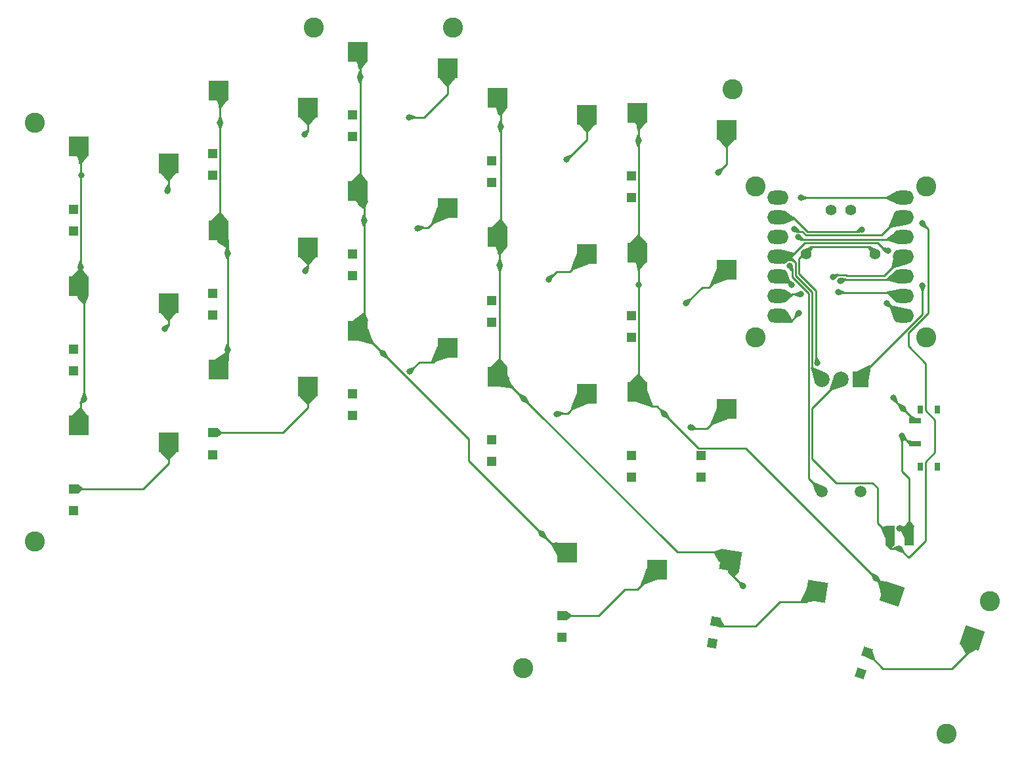
<source format=gbr>
%TF.GenerationSoftware,KiCad,Pcbnew,9.0.4*%
%TF.CreationDate,2025-09-04T10:39:47+02:00*%
%TF.ProjectId,avocado_v3,61766f63-6164-46f5-9f76-332e6b696361,0.0.3*%
%TF.SameCoordinates,Original*%
%TF.FileFunction,Copper,L2,Bot*%
%TF.FilePolarity,Positive*%
%FSLAX46Y46*%
G04 Gerber Fmt 4.6, Leading zero omitted, Abs format (unit mm)*
G04 Created by KiCad (PCBNEW 9.0.4) date 2025-09-04 10:39:47*
%MOMM*%
%LPD*%
G01*
G04 APERTURE LIST*
G04 Aperture macros list*
%AMRotRect*
0 Rectangle, with rotation*
0 The origin of the aperture is its center*
0 $1 length*
0 $2 width*
0 $3 Rotation angle, in degrees counterclockwise*
0 Add horizontal line*
21,1,$1,$2,0,0,$3*%
G04 Aperture macros list end*
%TA.AperFunction,CastellatedPad*%
%ADD10C,1.397000*%
%TD*%
%TA.AperFunction,SMDPad,CuDef*%
%ADD11O,2.750000X1.800000*%
%TD*%
%TA.AperFunction,SMDPad,CuDef*%
%ADD12R,2.600000X2.600000*%
%TD*%
%TA.AperFunction,ComponentPad*%
%ADD13R,1.200000X1.200000*%
%TD*%
%TA.AperFunction,ComponentPad*%
%ADD14RotRect,1.200000X1.200000X72.000000*%
%TD*%
%TA.AperFunction,ComponentPad*%
%ADD15C,2.600000*%
%TD*%
%TA.AperFunction,SMDPad,CuDef*%
%ADD16RotRect,2.600000X2.600000X351.000000*%
%TD*%
%TA.AperFunction,SMDPad,CuDef*%
%ADD17RotRect,2.600000X2.600000X342.000000*%
%TD*%
%TA.AperFunction,ComponentPad*%
%ADD18C,1.500000*%
%TD*%
%TA.AperFunction,ComponentPad*%
%ADD19R,2.000000X2.000000*%
%TD*%
%TA.AperFunction,ComponentPad*%
%ADD20C,2.000000*%
%TD*%
%TA.AperFunction,SMDPad,CuDef*%
%ADD21R,1.250000X2.500000*%
%TD*%
%TA.AperFunction,ComponentPad*%
%ADD22RotRect,1.200000X1.200000X81.000000*%
%TD*%
%TA.AperFunction,SMDPad,CuDef*%
%ADD23R,0.800000X1.000000*%
%TD*%
%TA.AperFunction,SMDPad,CuDef*%
%ADD24R,1.500000X0.700000*%
%TD*%
%TA.AperFunction,ViaPad*%
%ADD25C,0.800000*%
%TD*%
%TA.AperFunction,Conductor*%
%ADD26C,0.250000*%
%TD*%
G04 APERTURE END LIST*
D10*
%TO.P,MCU1,19*%
%TO.N,pos*%
X126320000Y-46053000D03*
X117430000Y-46053000D03*
%TO.P,MCU1,18*%
%TO.N,RST*%
X123145000Y-40338000D03*
%TO.P,MCU1,17*%
%TO.N,GND*%
X120605000Y-40338000D03*
D11*
%TO.P,MCU1,14*%
%TO.N,5V*%
X113780040Y-38750000D03*
%TO.P,MCU1,13*%
%TO.N,GND*%
X113780040Y-41290000D03*
%TO.P,MCU1,12*%
%TO.N,3V3*%
X113780040Y-43830000D03*
%TO.P,MCU1,11*%
%TO.N,D10*%
X113780040Y-46370000D03*
%TO.P,MCU1,10*%
%TO.N,D9*%
X113780040Y-48910000D03*
%TO.P,MCU1,9*%
%TO.N,D8*%
X113780040Y-51450000D03*
%TO.P,MCU1,8*%
%TO.N,D7*%
X113780040Y-53990000D03*
%TO.P,MCU1,7*%
%TO.N,D6*%
X129969960Y-53990000D03*
%TO.P,MCU1,6*%
%TO.N,D5*%
X129969960Y-51450000D03*
%TO.P,MCU1,5*%
%TO.N,D4*%
X129969960Y-48910000D03*
%TO.P,MCU1,4*%
%TO.N,D3*%
X129969960Y-46370000D03*
%TO.P,MCU1,3*%
%TO.N,D2*%
X129969960Y-43830000D03*
%TO.P,MCU1,2*%
%TO.N,D1*%
X129969960Y-41290000D03*
%TO.P,MCU1,1*%
%TO.N,D0*%
X129969960Y-38750000D03*
%TD*%
D12*
%TO.P,S9,1*%
%TO.N,D4*%
X59600000Y-19900000D03*
%TO.P,S9,2*%
%TO.N,D0*%
X71150000Y-22100000D03*
%TD*%
D13*
%TO.P,D9,1*%
%TO.N,D0*%
X58875000Y-30850000D03*
%TO.P,D9,2*%
X58875000Y-28050000D03*
%TD*%
D12*
%TO.P,S5,1*%
%TO.N,D3*%
X41600000Y-42940000D03*
%TO.P,S5,2*%
%TO.N,D1*%
X53150000Y-45140000D03*
%TD*%
D14*
%TO.P,D18,1*%
%TO.N,D7*%
X124399909Y-100087816D03*
%TO.P,D18,2*%
X125265157Y-97424858D03*
%TD*%
D13*
%TO.P,D4,1*%
%TO.N,D6*%
X40875000Y-71890000D03*
%TO.P,D4,2*%
X40875000Y-69090000D03*
%TD*%
D15*
%TO.P,H4,*%
%TO.N,*%
X17875000Y-83090000D03*
%TD*%
D12*
%TO.P,S16,1*%
%TO.N,D4*%
X86600000Y-84520000D03*
%TO.P,S16,2*%
%TO.N,D7*%
X98150000Y-86720000D03*
%TD*%
D13*
%TO.P,D12,1*%
%TO.N,D0*%
X76875000Y-36790000D03*
%TO.P,D12,2*%
X76875000Y-33990000D03*
%TD*%
D16*
%TO.P,S17,1*%
%TO.N,D5*%
X107682674Y-85522084D03*
%TO.P,S17,2*%
%TO.N,D7*%
X118746318Y-89501816D03*
%TD*%
D13*
%TO.P,D14,1*%
%TO.N,D1*%
X94875000Y-56770000D03*
%TO.P,D14,2*%
X94875000Y-53970000D03*
%TD*%
D17*
%TO.P,S18,1*%
%TO.N,D8*%
X128473162Y-89897784D03*
%TO.P,S18,2*%
%TO.N,D7*%
X138778027Y-95559255D03*
%TD*%
D12*
%TO.P,S11,1*%
%TO.N,D5*%
X77600000Y-43840000D03*
%TO.P,S11,2*%
%TO.N,D1*%
X89150000Y-46040000D03*
%TD*%
D13*
%TO.P,D13,1*%
%TO.N,D6*%
X94875000Y-74770000D03*
%TO.P,D13,2*%
X94875000Y-71970000D03*
%TD*%
D15*
%TO.P,H5,*%
%TO.N,*%
X107875000Y-24770000D03*
%TD*%
D13*
%TO.P,D7,1*%
%TO.N,D6*%
X58875000Y-66850000D03*
%TO.P,D7,2*%
X58875000Y-64050000D03*
%TD*%
D12*
%TO.P,S10,1*%
%TO.N,D5*%
X77600000Y-61840000D03*
%TO.P,S10,2*%
%TO.N,D6*%
X89150000Y-64040000D03*
%TD*%
%TO.P,S4,1*%
%TO.N,D3*%
X41600000Y-60940000D03*
%TO.P,S4,2*%
%TO.N,D6*%
X53150000Y-63140000D03*
%TD*%
D13*
%TO.P,D8,1*%
%TO.N,D1*%
X58875000Y-48850000D03*
%TO.P,D8,2*%
X58875000Y-46050000D03*
%TD*%
%TO.P,D5,1*%
%TO.N,D1*%
X40875000Y-53890000D03*
%TO.P,D5,2*%
X40875000Y-51090000D03*
%TD*%
%TO.P,D16,1*%
%TO.N,D7*%
X85875000Y-95470000D03*
%TO.P,D16,2*%
X85875000Y-92670000D03*
%TD*%
D15*
%TO.P,H1,*%
%TO.N,*%
X17875000Y-29090000D03*
%TD*%
D18*
%TO.P,_1,1*%
%TO.N,D6*%
X124415000Y-76650000D03*
%TO.P,_1,2*%
%TO.N,D3*%
X119415000Y-76650000D03*
D19*
%TO.P,_1,A*%
%TO.N,D9*%
X124415000Y-62150000D03*
D20*
%TO.P,_1,B*%
%TO.N,D10*%
X119415000Y-62150000D03*
%TO.P,_1,C*%
%TO.N,GND*%
X121915000Y-62150000D03*
%TD*%
D12*
%TO.P,S8,1*%
%TO.N,D4*%
X59600000Y-37900000D03*
%TO.P,S8,2*%
%TO.N,D1*%
X71150000Y-40100000D03*
%TD*%
%TO.P,S1,1*%
%TO.N,D2*%
X23600000Y-68140000D03*
%TO.P,S1,2*%
%TO.N,D6*%
X35150000Y-70340000D03*
%TD*%
D15*
%TO.P,H2,*%
%TO.N,*%
X53875000Y-16850000D03*
%TD*%
D21*
%TO.P,PAD1,1*%
%TO.N,GND*%
X128225000Y-82370000D03*
%TO.P,PAD1,2*%
%TO.N,B+*%
X130725000Y-82370000D03*
%TD*%
D15*
%TO.P,H10,*%
%TO.N,*%
X110875000Y-37270000D03*
%TD*%
D13*
%TO.P,D19,1*%
%TO.N,D6*%
X103875000Y-71970000D03*
%TO.P,D19,2*%
X103875000Y-74770000D03*
%TD*%
%TO.P,D11,1*%
%TO.N,D1*%
X76875000Y-54790000D03*
%TO.P,D11,2*%
X76875000Y-51990000D03*
%TD*%
D15*
%TO.P,H12,*%
%TO.N,*%
X135527576Y-107909263D03*
%TD*%
D12*
%TO.P,S3,1*%
%TO.N,D2*%
X23600000Y-32140000D03*
%TO.P,S3,2*%
%TO.N,D0*%
X35150000Y-34340000D03*
%TD*%
D22*
%TO.P,D17,1*%
%TO.N,D7*%
X105253643Y-96223856D03*
%TO.P,D17,2*%
X105691659Y-93458328D03*
%TD*%
D13*
%TO.P,D1,1*%
%TO.N,D6*%
X22875000Y-79090000D03*
%TO.P,D1,2*%
X22875000Y-76290000D03*
%TD*%
D15*
%TO.P,H9,*%
%TO.N,*%
X132875000Y-37270000D03*
%TD*%
D13*
%TO.P,D15,1*%
%TO.N,D0*%
X94875000Y-38770000D03*
%TO.P,D15,2*%
X94875000Y-35970000D03*
%TD*%
D15*
%TO.P,H3,*%
%TO.N,*%
X71875000Y-16850000D03*
%TD*%
%TO.P,H11,*%
%TO.N,*%
X141089882Y-90790246D03*
%TD*%
D13*
%TO.P,D10,1*%
%TO.N,D6*%
X76875000Y-72790000D03*
%TO.P,D10,2*%
X76875000Y-69990000D03*
%TD*%
%TO.P,D6,1*%
%TO.N,D0*%
X40875000Y-35890000D03*
%TO.P,D6,2*%
X40875000Y-33090000D03*
%TD*%
D12*
%TO.P,S12,1*%
%TO.N,D5*%
X77600000Y-25840000D03*
%TO.P,S12,2*%
%TO.N,D0*%
X89150000Y-28040000D03*
%TD*%
D13*
%TO.P,D3,1*%
%TO.N,D0*%
X22875000Y-43090000D03*
%TO.P,D3,2*%
X22875000Y-40290000D03*
%TD*%
D12*
%TO.P,S13,1*%
%TO.N,D8*%
X95600000Y-63820000D03*
%TO.P,S13,2*%
%TO.N,D6*%
X107150000Y-66020000D03*
%TD*%
%TO.P,S15,1*%
%TO.N,D8*%
X95600000Y-27820000D03*
%TO.P,S15,2*%
%TO.N,D0*%
X107150000Y-30020000D03*
%TD*%
D15*
%TO.P,H8,*%
%TO.N,*%
X110875000Y-56770000D03*
%TD*%
D12*
%TO.P,S7,1*%
%TO.N,D4*%
X59600000Y-55900000D03*
%TO.P,S7,2*%
%TO.N,D6*%
X71150000Y-58100000D03*
%TD*%
%TO.P,S6,1*%
%TO.N,D3*%
X41600000Y-24940000D03*
%TO.P,S6,2*%
%TO.N,D0*%
X53150000Y-27140000D03*
%TD*%
%TO.P,S2,1*%
%TO.N,D2*%
X23600000Y-50140000D03*
%TO.P,S2,2*%
%TO.N,D1*%
X35150000Y-52340000D03*
%TD*%
%TO.P,S14,1*%
%TO.N,D8*%
X95600000Y-45820000D03*
%TO.P,S14,2*%
%TO.N,D1*%
X107150000Y-48020000D03*
%TD*%
D15*
%TO.P,H7,*%
%TO.N,*%
X132875000Y-56770000D03*
%TD*%
%TO.P,H6,*%
%TO.N,*%
X80875000Y-99470000D03*
%TD*%
D23*
%TO.P,T1,*%
%TO.N,*%
X132095000Y-73420000D03*
X134305000Y-73420000D03*
X132095000Y-66120000D03*
X134305000Y-66120000D03*
D24*
%TO.P,T1,1*%
%TO.N,pos*%
X131445000Y-67520000D03*
%TO.P,T1,2*%
%TO.N,B+*%
X131445000Y-70520000D03*
%TD*%
D13*
%TO.P,D2,1*%
%TO.N,D1*%
X22875000Y-61090000D03*
%TO.P,D2,2*%
X22875000Y-58290000D03*
%TD*%
D25*
%TO.N,D4*%
X83400000Y-82200000D03*
%TO.N,D0*%
X66200000Y-28400000D03*
%TO.N,D1*%
X84200000Y-49300000D03*
%TO.N,D5*%
X77881413Y-47500000D03*
%TO.N,D3*%
X42784500Y-45900000D03*
%TO.N,D2*%
X23801000Y-47700000D03*
%TO.N,B+*%
X129450002Y-81400000D03*
X129800000Y-69500000D03*
%TO.N,GND*%
X124600000Y-42875000D03*
X132350000Y-42050000D03*
X129450000Y-84000000D03*
%TO.N,pos*%
X128700000Y-64600000D03*
X118876000Y-60100000D03*
X129812500Y-65887500D03*
%TO.N,D0*%
X106050000Y-35550000D03*
X52700000Y-30600000D03*
X86500000Y-33800000D03*
X116700000Y-38750000D03*
X35050000Y-37850000D03*
%TO.N,D1*%
X67300000Y-42700000D03*
X34700000Y-55700000D03*
X52800000Y-48200000D03*
X101900000Y-52400000D03*
X115900000Y-42800000D03*
%TO.N,D2*%
X116400000Y-43830000D03*
X23900000Y-35900000D03*
X24300000Y-64700000D03*
%TO.N,D3*%
X120848456Y-49024000D03*
X41801000Y-29100000D03*
X42784500Y-58400000D03*
X115324000Y-47516021D03*
%TO.N,D4*%
X60400000Y-41700000D03*
X62890706Y-58909294D03*
X121800000Y-49475000D03*
X59881413Y-23200000D03*
%TO.N,D5*%
X121510164Y-50949684D03*
X81000000Y-64700000D03*
X78000000Y-29600000D03*
X109300000Y-88900000D03*
%TO.N,D6*%
X85250000Y-66650000D03*
X102500000Y-68400000D03*
X66300000Y-61200000D03*
X127800000Y-52400684D03*
%TO.N,D7*%
X116500000Y-53625000D03*
%TO.N,D8*%
X126387689Y-87812311D03*
X95801000Y-31400000D03*
X116694765Y-51218351D03*
X95800000Y-50000000D03*
X99150000Y-66650000D03*
%TO.N,D9*%
X132400000Y-50100000D03*
X115500000Y-50025000D03*
%TO.N,D10*%
X128000000Y-45625000D03*
%TD*%
D26*
%TO.N,pos*%
X128700000Y-64600000D02*
X128700000Y-64775000D01*
X128700000Y-64775000D02*
X129812500Y-65887500D01*
X118876000Y-60100000D02*
X118700000Y-59924000D01*
X118700000Y-50800000D02*
X116500000Y-48600000D01*
X116500000Y-48600000D02*
X116500000Y-46600000D01*
X118700000Y-59924000D02*
X118700000Y-50800000D01*
X117047000Y-46053000D02*
X117430000Y-46053000D01*
X116500000Y-46600000D02*
X117047000Y-46053000D01*
%TO.N,D2*%
X23801000Y-67939000D02*
X23600000Y-68140000D01*
X23801000Y-65199000D02*
X23801000Y-67939000D01*
X24300000Y-50840000D02*
X23600000Y-50140000D01*
X24300000Y-64700000D02*
X24300000Y-50840000D01*
X24300000Y-64700000D02*
X23801000Y-65199000D01*
%TO.N,D3*%
X41801000Y-29100000D02*
X41801000Y-25141000D01*
X41801000Y-25141000D02*
X41600000Y-24940000D01*
X41801000Y-29100000D02*
X41801000Y-42739000D01*
X41801000Y-42739000D02*
X41600000Y-42940000D01*
%TO.N,D1*%
X107150000Y-48020000D02*
X104870000Y-50300000D01*
X104000000Y-50300000D02*
X101900000Y-52400000D01*
X104870000Y-50300000D02*
X104000000Y-50300000D01*
X89150000Y-46040000D02*
X86890000Y-48300000D01*
X86890000Y-48300000D02*
X85200000Y-48300000D01*
X85200000Y-48300000D02*
X84200000Y-49300000D01*
%TO.N,D5*%
X77881413Y-61558587D02*
X77600000Y-61840000D01*
X77881413Y-47500000D02*
X77881413Y-44121413D01*
X77881413Y-47500000D02*
X77881413Y-61558587D01*
X77881413Y-44121413D02*
X77600000Y-43840000D01*
%TO.N,D0*%
X86500000Y-33800000D02*
X86600000Y-33800000D01*
X86600000Y-33800000D02*
X89150000Y-31250000D01*
X89150000Y-31250000D02*
X89150000Y-28040000D01*
%TO.N,D5*%
X81000000Y-64700000D02*
X100800000Y-84500000D01*
X100800000Y-84500000D02*
X106660590Y-84500000D01*
X106660590Y-84500000D02*
X107682674Y-85522084D01*
%TO.N,D3*%
X115324000Y-47516021D02*
X115324000Y-47604042D01*
X117700000Y-51075620D02*
X117700000Y-74935000D01*
X117700000Y-74935000D02*
X119415000Y-76650000D01*
X115324000Y-47604042D02*
X115598000Y-47878042D01*
X115598000Y-47878042D02*
X115598000Y-48973620D01*
X115598000Y-48973620D02*
X117700000Y-51075620D01*
%TO.N,D10*%
X128000000Y-45625000D02*
X127957609Y-45582609D01*
X127957609Y-45582609D02*
X127617391Y-45582609D01*
X126634782Y-44600000D02*
X117200000Y-44600000D01*
X127617391Y-45582609D02*
X126634782Y-44600000D01*
X117200000Y-44600000D02*
X115430000Y-46370000D01*
X115430000Y-46370000D02*
X113305040Y-46370000D01*
%TO.N,D1*%
X115900000Y-42800000D02*
X116202604Y-43102604D01*
X116202604Y-43102604D02*
X116902604Y-43102604D01*
X116902604Y-43102604D02*
X117400000Y-43600000D01*
X117400000Y-43600000D02*
X127100000Y-43600000D01*
X127100000Y-43600000D02*
X129410000Y-41290000D01*
X129410000Y-41290000D02*
X130444960Y-41290000D01*
%TO.N,D5*%
X121510164Y-50949684D02*
X121560480Y-51000000D01*
X121560480Y-51000000D02*
X129994960Y-51000000D01*
X129994960Y-51000000D02*
X130444960Y-51450000D01*
%TO.N,D6*%
X127800000Y-52400684D02*
X127900684Y-52400684D01*
X129490000Y-53990000D02*
X130444960Y-53990000D01*
X127900684Y-52400684D02*
X129490000Y-53990000D01*
%TO.N,D3*%
X120848456Y-49024000D02*
X120948655Y-49024000D01*
X120948655Y-49024000D02*
X121272655Y-48700000D01*
X122622371Y-48800000D02*
X127500000Y-48800000D01*
X122522371Y-48700000D02*
X122622371Y-48800000D01*
X121272655Y-48700000D02*
X122522371Y-48700000D01*
X129930000Y-46370000D02*
X130444960Y-46370000D01*
X127500000Y-48800000D02*
X129930000Y-46370000D01*
%TO.N,D4*%
X121800000Y-49475000D02*
X121920651Y-49475000D01*
X122095651Y-49300000D02*
X130054960Y-49300000D01*
X130054960Y-49300000D02*
X130444960Y-48910000D01*
X121920651Y-49475000D02*
X122095651Y-49300000D01*
X83400000Y-82200000D02*
X85720000Y-84520000D01*
%TO.N,D0*%
X66200000Y-28400000D02*
X68100000Y-28400000D01*
X68100000Y-28400000D02*
X71150000Y-25350000D01*
X71150000Y-25350000D02*
X71150000Y-22100000D01*
%TO.N,D3*%
X42784500Y-45900000D02*
X42784500Y-58400000D01*
%TO.N,D2*%
X23801000Y-47700000D02*
X23801000Y-49939000D01*
%TO.N,D4*%
X62890706Y-58909294D02*
X73900000Y-69918588D01*
X73900000Y-72700000D02*
X83400000Y-82200000D01*
X73900000Y-69918588D02*
X73900000Y-72700000D01*
X85720000Y-84520000D02*
X86600000Y-84520000D01*
%TO.N,B+*%
X129450002Y-81400000D02*
X130300000Y-81400000D01*
X130820000Y-70520000D02*
X129800000Y-69500000D01*
X130300000Y-81400000D02*
X130725000Y-81825000D01*
X131445000Y-70520000D02*
X130657946Y-70520000D01*
X129800000Y-69500000D02*
X129800000Y-69400000D01*
X129800000Y-74075000D02*
X130725000Y-75000000D01*
X131445000Y-70520000D02*
X130820000Y-70520000D01*
X130725000Y-81825000D02*
X130725000Y-82370000D01*
X129800000Y-69500000D02*
X129800000Y-74075000D01*
X130725000Y-75000000D02*
X130725000Y-82370000D01*
X129800000Y-69400000D02*
X129700000Y-69300000D01*
%TO.N,GND*%
X133126000Y-42826000D02*
X132350000Y-42050000D01*
X126600000Y-80745000D02*
X128225000Y-82370000D01*
X129450000Y-84000000D02*
X130600000Y-85150000D01*
X133126000Y-53680596D02*
X133126000Y-42826000D01*
X128300000Y-84000000D02*
X128225000Y-83925000D01*
X132821000Y-60121000D02*
X130600000Y-57900000D01*
X130600000Y-57900000D02*
X130600000Y-56206596D01*
X121915000Y-62150000D02*
X118151000Y-65914000D01*
X130600000Y-56206596D02*
X133126000Y-53680596D01*
X124213298Y-42875000D02*
X123939298Y-43149000D01*
X134031000Y-67398000D02*
X132821000Y-66188000D01*
X118151000Y-72451000D02*
X121274000Y-75574000D01*
X126600000Y-76200000D02*
X126600000Y-80745000D01*
X125974000Y-75574000D02*
X126600000Y-76200000D01*
X129450000Y-84000000D02*
X128300000Y-84000000D01*
X123939298Y-43149000D02*
X117586810Y-43149000D01*
X132821000Y-72822140D02*
X134031000Y-71612140D01*
X130650000Y-85150000D02*
X132821000Y-82979000D01*
X130600000Y-85150000D02*
X130650000Y-85150000D01*
X134031000Y-71612140D02*
X134031000Y-67398000D01*
X117586810Y-43149000D02*
X115727810Y-41290000D01*
X128225000Y-83925000D02*
X128225000Y-82370000D01*
X132821000Y-82979000D02*
X132821000Y-72822140D01*
X124600000Y-42875000D02*
X124213298Y-42875000D01*
X118151000Y-65914000D02*
X118151000Y-72451000D01*
X132821000Y-66188000D02*
X132821000Y-60121000D01*
X121274000Y-75574000D02*
X125974000Y-75574000D01*
X115727810Y-41290000D02*
X113305040Y-41290000D01*
%TO.N,pos*%
X126320000Y-46053000D02*
X126320000Y-45780000D01*
X125640000Y-45100000D02*
X118000000Y-45100000D01*
X131445000Y-67520000D02*
X129812500Y-65887500D01*
X126320000Y-45780000D02*
X125640000Y-45100000D01*
X117430000Y-46053000D02*
X117430000Y-45670000D01*
X117430000Y-46053000D02*
X116947000Y-46053000D01*
X117430000Y-45670000D02*
X118000000Y-45100000D01*
%TO.N,D0*%
X53150000Y-30150000D02*
X52700000Y-30600000D01*
X107150000Y-34450000D02*
X106050000Y-35550000D01*
X116700000Y-38750000D02*
X130444960Y-38750000D01*
X35150000Y-37750000D02*
X35050000Y-37850000D01*
X35150000Y-34340000D02*
X35150000Y-37750000D01*
X53150000Y-27140000D02*
X53150000Y-30150000D01*
X107150000Y-30020000D02*
X107150000Y-34450000D01*
%TO.N,D1*%
X53150000Y-47850000D02*
X52800000Y-48200000D01*
X67376900Y-42623100D02*
X67300000Y-42700000D01*
X53150000Y-45140000D02*
X53150000Y-47850000D01*
X71150000Y-40100000D02*
X68626900Y-42623100D01*
X68626900Y-42623100D02*
X67376900Y-42623100D01*
X35150000Y-52340000D02*
X35150000Y-55250000D01*
X35150000Y-55250000D02*
X34700000Y-55700000D01*
%TO.N,D2*%
X130125960Y-44149000D02*
X130444960Y-43830000D01*
X23801000Y-49939000D02*
X23600000Y-50140000D01*
X23600000Y-32140000D02*
X23801000Y-32341000D01*
X116719000Y-44149000D02*
X130125960Y-44149000D01*
X23801000Y-32341000D02*
X23801000Y-47700000D01*
X116400000Y-43830000D02*
X116719000Y-44149000D01*
%TO.N,D3*%
X42784500Y-58400000D02*
X42784500Y-59755500D01*
X41600000Y-42940000D02*
X42784500Y-44124500D01*
X42784500Y-44124500D02*
X42784500Y-45900000D01*
X42784500Y-59755500D02*
X41600000Y-60940000D01*
%TO.N,D4*%
X59881413Y-23200000D02*
X59881413Y-37618587D01*
X59600000Y-37900000D02*
X60400000Y-38700000D01*
X59881413Y-37618587D02*
X59600000Y-37900000D01*
X60400000Y-55100000D02*
X59600000Y-55900000D01*
X60400000Y-41700000D02*
X60400000Y-55100000D01*
X59600000Y-19900000D02*
X59881413Y-20181413D01*
X59881413Y-55900000D02*
X62890706Y-58909294D01*
X59881413Y-20181413D02*
X59881413Y-23200000D01*
X59600000Y-55900000D02*
X59881413Y-55900000D01*
X60400000Y-38700000D02*
X60400000Y-41700000D01*
%TO.N,D5*%
X77600000Y-61840000D02*
X78140000Y-61840000D01*
X78000000Y-26240000D02*
X78000000Y-29600000D01*
X107682674Y-87282674D02*
X109300000Y-88900000D01*
X78000000Y-43440000D02*
X77600000Y-43840000D01*
X78000000Y-29600000D02*
X78000000Y-43440000D01*
X77600000Y-25840000D02*
X78000000Y-26240000D01*
X78140000Y-61840000D02*
X81000000Y-64700000D01*
X107682674Y-85522084D02*
X107682674Y-87282674D01*
%TO.N,D6*%
X53150000Y-65850099D02*
X49910099Y-69090000D01*
X69274000Y-59976000D02*
X67524000Y-59976000D01*
X53150000Y-63140000D02*
X53150000Y-65850099D01*
X35150000Y-70340000D02*
X35150000Y-73050099D01*
X67524000Y-59976000D02*
X66300000Y-61200000D01*
X85336900Y-66563100D02*
X85250000Y-66650000D01*
X49910099Y-69090000D02*
X40875000Y-69090000D01*
X89150000Y-64040000D02*
X86626900Y-66563100D01*
X71150000Y-58100000D02*
X69274000Y-59976000D01*
X104626900Y-68543100D02*
X102643100Y-68543100D01*
X107150000Y-66020000D02*
X104626900Y-68543100D01*
X86626900Y-66563100D02*
X85336900Y-66563100D01*
X35150000Y-73050099D02*
X31910099Y-76290000D01*
X31910099Y-76290000D02*
X22875000Y-76290000D01*
X102643100Y-68543100D02*
X102500000Y-68400000D01*
%TO.N,D7*%
X94058313Y-89243100D02*
X90631413Y-92670000D01*
X115410000Y-54715000D02*
X114515000Y-54715000D01*
X110852481Y-94001652D02*
X106234983Y-94001652D01*
X114515000Y-54715000D02*
X113790000Y-53990000D01*
X98150000Y-86720000D02*
X95626900Y-89243100D01*
X95626900Y-89243100D02*
X94058313Y-89243100D01*
X138778027Y-96926156D02*
X136209089Y-99495094D01*
X106234983Y-94001652D02*
X105691659Y-93458328D01*
X136209089Y-99495094D02*
X127335393Y-99495094D01*
X113790000Y-53990000D02*
X113305040Y-53990000D01*
X113988640Y-90865493D02*
X110852481Y-94001652D01*
X138778027Y-95559255D02*
X138778027Y-96926156D01*
X90631413Y-92670000D02*
X85875000Y-92670000D01*
X116500000Y-53625000D02*
X115410000Y-54715000D01*
X127335393Y-99495094D02*
X125265157Y-97424858D01*
X117382641Y-90865493D02*
X113988640Y-90865493D01*
X118746318Y-89501816D02*
X117382641Y-90865493D01*
%TO.N,D8*%
X95600000Y-27820000D02*
X95801000Y-28021000D01*
X95600000Y-63820000D02*
X97476000Y-65696000D01*
X95801000Y-46021000D02*
X95801000Y-63619000D01*
X116694765Y-51218351D02*
X115581649Y-51218351D01*
X95801000Y-28021000D02*
X95801000Y-31400000D01*
X109619378Y-71044000D02*
X126387689Y-87812311D01*
X126387689Y-87812311D02*
X128473162Y-89897784D01*
X95801000Y-31400000D02*
X95801000Y-45619000D01*
X99150000Y-66650000D02*
X103544000Y-71044000D01*
X115581649Y-51218351D02*
X115350000Y-51450000D01*
X95600000Y-45820000D02*
X95801000Y-46021000D01*
X95801000Y-45619000D02*
X95600000Y-45820000D01*
X103544000Y-71044000D02*
X109619378Y-71044000D01*
X115350000Y-51450000D02*
X113305040Y-51450000D01*
X98196000Y-65696000D02*
X99150000Y-66650000D01*
X95801000Y-63619000D02*
X95600000Y-63820000D01*
X97476000Y-65696000D02*
X98196000Y-65696000D01*
%TO.N,D9*%
X124415000Y-61753786D02*
X132400000Y-53768786D01*
X115343950Y-49868950D02*
X115343950Y-49643950D01*
X114610000Y-48910000D02*
X113305040Y-48910000D01*
X115343950Y-49643950D02*
X114610000Y-48910000D01*
X132400000Y-53768786D02*
X132400000Y-50100000D01*
X124415000Y-62150000D02*
X124415000Y-61753786D01*
X115500000Y-50025000D02*
X115343950Y-49868950D01*
%TO.N,D10*%
X116049000Y-48786810D02*
X116049000Y-48159426D01*
X116049000Y-47555986D02*
X116049000Y-47149000D01*
X118151000Y-50888810D02*
X116049000Y-48786810D01*
X118151000Y-60886000D02*
X118151000Y-50888810D01*
X116050000Y-48158426D02*
X116050000Y-47556986D01*
X116050000Y-47556986D02*
X116049000Y-47555986D01*
X119415000Y-62150000D02*
X118151000Y-60886000D01*
X116049000Y-48159426D02*
X116050000Y-48158426D01*
X115270000Y-46370000D02*
X113305040Y-46370000D01*
X116049000Y-47149000D02*
X115270000Y-46370000D01*
%TD*%
%TA.AperFunction,Conductor*%
%TO.N,D1*%
G36*
X107140921Y-48018439D02*
G01*
X107148865Y-48022572D01*
X107151560Y-48029078D01*
X107263452Y-49311277D01*
X107260757Y-49319817D01*
X107256059Y-49323190D01*
X105238406Y-50112706D01*
X105229453Y-50112529D01*
X105225870Y-50110083D01*
X105059916Y-49944129D01*
X105056489Y-49935856D01*
X105057293Y-49931593D01*
X105296612Y-49320000D01*
X105846809Y-47913939D01*
X105853015Y-47907484D01*
X105858721Y-47906547D01*
X107140921Y-48018439D01*
G37*
%TD.AperFunction*%
%TD*%
%TA.AperFunction,Conductor*%
%TO.N,D1*%
G36*
X102377599Y-51757098D02*
G01*
X102542901Y-51922400D01*
X102546328Y-51930673D01*
X102545276Y-51935522D01*
X102238277Y-52609733D01*
X102231730Y-52615842D01*
X102222780Y-52615532D01*
X102221153Y-52614628D01*
X101901256Y-52402011D01*
X101897988Y-52398743D01*
X101685371Y-52078846D01*
X101683645Y-52070059D01*
X101688639Y-52062626D01*
X101690256Y-52061727D01*
X102364478Y-51754722D01*
X102373427Y-51754413D01*
X102377599Y-51757098D01*
G37*
%TD.AperFunction*%
%TD*%
%TA.AperFunction,Conductor*%
%TO.N,D1*%
G36*
X89140921Y-46038439D02*
G01*
X89148865Y-46042572D01*
X89151560Y-46049078D01*
X89263452Y-47331277D01*
X89260757Y-47339817D01*
X89256059Y-47343190D01*
X87238406Y-48132706D01*
X87229453Y-48132529D01*
X87225870Y-48130083D01*
X87059916Y-47964129D01*
X87056489Y-47955856D01*
X87057293Y-47951593D01*
X87296612Y-47340000D01*
X87846809Y-45933939D01*
X87853015Y-45927484D01*
X87858721Y-45926547D01*
X89140921Y-46038439D01*
G37*
%TD.AperFunction*%
%TD*%
%TA.AperFunction,Conductor*%
%TO.N,D1*%
G36*
X84677599Y-48657098D02*
G01*
X84842901Y-48822400D01*
X84846328Y-48830673D01*
X84845276Y-48835522D01*
X84538277Y-49509733D01*
X84531730Y-49515842D01*
X84522780Y-49515532D01*
X84521153Y-49514628D01*
X84201256Y-49302011D01*
X84197988Y-49298743D01*
X83985371Y-48978846D01*
X83983645Y-48970059D01*
X83988639Y-48962626D01*
X83990256Y-48961727D01*
X84664478Y-48654722D01*
X84673427Y-48654413D01*
X84677599Y-48657098D01*
G37*
%TD.AperFunction*%
%TD*%
%TA.AperFunction,Conductor*%
%TO.N,D5*%
G36*
X77607861Y-43848365D02*
G01*
X77610181Y-43850355D01*
X78760110Y-45132804D01*
X78763082Y-45141251D01*
X78760713Y-45147695D01*
X78009925Y-46135380D01*
X78002191Y-46139893D01*
X78000611Y-46140000D01*
X77761244Y-46140000D01*
X77752990Y-46136593D01*
X77628946Y-46013135D01*
X77625500Y-46004870D01*
X77625500Y-45925266D01*
X77595548Y-45697763D01*
X77536158Y-45476114D01*
X77536154Y-45476103D01*
X77448347Y-45264120D01*
X77448344Y-45264112D01*
X77333611Y-45065388D01*
X77193919Y-44883339D01*
X77034235Y-44723655D01*
X77030808Y-44715382D01*
X77032705Y-44708994D01*
X77591670Y-43851773D01*
X77599059Y-43846717D01*
X77607861Y-43848365D01*
G37*
%TD.AperFunction*%
%TD*%
%TA.AperFunction,Conductor*%
%TO.N,D5*%
G36*
X78006572Y-46711113D02*
G01*
X78009257Y-46715285D01*
X78268914Y-47409104D01*
X78268604Y-47418054D01*
X78262057Y-47424163D01*
X78260267Y-47424675D01*
X77883724Y-47500534D01*
X77879102Y-47500534D01*
X77502558Y-47424675D01*
X77495125Y-47419681D01*
X77493399Y-47410894D01*
X77493908Y-47409112D01*
X77753569Y-46715284D01*
X77759678Y-46708738D01*
X77764527Y-46707686D01*
X77998299Y-46707686D01*
X78006572Y-46711113D01*
G37*
%TD.AperFunction*%
%TD*%
%TA.AperFunction,Conductor*%
%TO.N,D5*%
G36*
X78008884Y-59543427D02*
G01*
X78009925Y-59544620D01*
X78760713Y-60532304D01*
X78762992Y-60540964D01*
X78760110Y-60547195D01*
X77610181Y-61829644D01*
X77602106Y-61833516D01*
X77593659Y-61830544D01*
X77591669Y-61828224D01*
X76756858Y-60547969D01*
X76755211Y-60539169D01*
X76758404Y-60533288D01*
X77752990Y-59543407D01*
X77761244Y-59540000D01*
X78000611Y-59540000D01*
X78008884Y-59543427D01*
G37*
%TD.AperFunction*%
%TD*%
%TA.AperFunction,Conductor*%
%TO.N,D5*%
G36*
X78260267Y-47575324D02*
G01*
X78267700Y-47580318D01*
X78269426Y-47589105D01*
X78268914Y-47590895D01*
X78009257Y-48284715D01*
X78003148Y-48291262D01*
X77998299Y-48292314D01*
X77764527Y-48292314D01*
X77756254Y-48288887D01*
X77753569Y-48284715D01*
X77493911Y-47590895D01*
X77494221Y-47581945D01*
X77500768Y-47575836D01*
X77502551Y-47575325D01*
X77879105Y-47499465D01*
X77883721Y-47499465D01*
X78260267Y-47575324D01*
G37*
%TD.AperFunction*%
%TD*%
%TA.AperFunction,Conductor*%
%TO.N,D0*%
G36*
X87023889Y-33204287D02*
G01*
X87027029Y-33206528D01*
X87192335Y-33371834D01*
X87195762Y-33380107D01*
X87194234Y-33385888D01*
X86838787Y-34011320D01*
X86831720Y-34016819D01*
X86822834Y-34015711D01*
X86822139Y-34015283D01*
X86503355Y-33803407D01*
X86498362Y-33795975D01*
X86423932Y-33417690D01*
X86425697Y-33408913D01*
X86431605Y-33404369D01*
X87014953Y-33203737D01*
X87023889Y-33204287D01*
G37*
%TD.AperFunction*%
%TD*%
%TA.AperFunction,Conductor*%
%TO.N,D0*%
G36*
X89157130Y-28048922D02*
G01*
X89159276Y-28051068D01*
X90144149Y-29332389D01*
X90146474Y-29341037D01*
X90143678Y-29347223D01*
X89278496Y-30336004D01*
X89270469Y-30339974D01*
X89269691Y-30340000D01*
X89030309Y-30340000D01*
X89022036Y-30336573D01*
X89021504Y-30336005D01*
X89021503Y-30336004D01*
X88156321Y-29347224D01*
X88153452Y-29338741D01*
X88155850Y-29332389D01*
X89140724Y-28051068D01*
X89148482Y-28046597D01*
X89157130Y-28048922D01*
G37*
%TD.AperFunction*%
%TD*%
%TA.AperFunction,Conductor*%
%TO.N,D5*%
G36*
X81337373Y-64488639D02*
G01*
X81338277Y-64490266D01*
X81645276Y-65164477D01*
X81645586Y-65173427D01*
X81642901Y-65177599D01*
X81477599Y-65342901D01*
X81469326Y-65346328D01*
X81464477Y-65345276D01*
X80790266Y-65038277D01*
X80784157Y-65031730D01*
X80784467Y-65022780D01*
X80785365Y-65021163D01*
X80997988Y-64701255D01*
X81001256Y-64697988D01*
X81321155Y-64485370D01*
X81329940Y-64483645D01*
X81337373Y-64488639D01*
G37*
%TD.AperFunction*%
%TD*%
%TA.AperFunction,Conductor*%
%TO.N,D5*%
G36*
X106602928Y-84038038D02*
G01*
X106607002Y-84041542D01*
X107674181Y-85509030D01*
X107676276Y-85517736D01*
X107671600Y-85525373D01*
X107668315Y-85527045D01*
X106506100Y-85902462D01*
X106497174Y-85901744D01*
X106496654Y-85901461D01*
X106463693Y-85882432D01*
X106410644Y-85851804D01*
X106410636Y-85851800D01*
X106410635Y-85851800D01*
X106198652Y-85763993D01*
X106198641Y-85763989D01*
X106178647Y-85758632D01*
X106171543Y-85753181D01*
X105529887Y-84627694D01*
X105528351Y-84621899D01*
X105528351Y-84383565D01*
X105531778Y-84375292D01*
X105536514Y-84372412D01*
X106594007Y-84037271D01*
X106602928Y-84038038D01*
G37*
%TD.AperFunction*%
%TD*%
%TA.AperFunction,Conductor*%
%TO.N,D3*%
G36*
X118459917Y-75513688D02*
G01*
X119551894Y-75910982D01*
X119558497Y-75917031D01*
X119559372Y-75924247D01*
X119417227Y-76643019D01*
X119412260Y-76650470D01*
X119408019Y-76652227D01*
X118689247Y-76794372D01*
X118680466Y-76792615D01*
X118675982Y-76786894D01*
X118623636Y-76643019D01*
X118278689Y-75694919D01*
X118279081Y-75685976D01*
X118281408Y-75682652D01*
X118447650Y-75516410D01*
X118455922Y-75512984D01*
X118459917Y-75513688D01*
G37*
%TD.AperFunction*%
%TD*%
%TA.AperFunction,Conductor*%
%TO.N,D3*%
G36*
X115711258Y-47442470D02*
G01*
X115716215Y-47449928D01*
X115716434Y-47452082D01*
X115722899Y-48208822D01*
X115719543Y-48217124D01*
X115711299Y-48220622D01*
X115477852Y-48220622D01*
X115469579Y-48217195D01*
X115469572Y-48217188D01*
X115284636Y-48031951D01*
X115001453Y-47748306D01*
X114998034Y-47740032D01*
X115001468Y-47731762D01*
X115003209Y-47730330D01*
X115322047Y-47516331D01*
X115326308Y-47514567D01*
X115702481Y-47440701D01*
X115711258Y-47442470D01*
G37*
%TD.AperFunction*%
%TD*%
%TA.AperFunction,Conductor*%
%TO.N,D10*%
G36*
X127418357Y-45201912D02*
G01*
X128064482Y-45232053D01*
X128072586Y-45235861D01*
X128075623Y-45244285D01*
X128075416Y-45245999D01*
X128001648Y-45620922D01*
X127996688Y-45628378D01*
X127996644Y-45628407D01*
X127675736Y-45841695D01*
X127666949Y-45843421D01*
X127660647Y-45839869D01*
X127244047Y-45386708D01*
X127240970Y-45378299D01*
X127244386Y-45370518D01*
X127409578Y-45205326D01*
X127417850Y-45201900D01*
X127418357Y-45201912D01*
G37*
%TD.AperFunction*%
%TD*%
%TA.AperFunction,Conductor*%
%TO.N,D10*%
G36*
X114436285Y-45488833D02*
G01*
X115768351Y-45851053D01*
X115773553Y-45854070D01*
X115939437Y-46019954D01*
X115942864Y-46028227D01*
X115939437Y-46036500D01*
X115939019Y-46036898D01*
X114855951Y-47017944D01*
X114847518Y-47020959D01*
X114843548Y-47020053D01*
X113322640Y-46378430D01*
X113316350Y-46372057D01*
X113316408Y-46363102D01*
X113319967Y-46358444D01*
X114426000Y-45490917D01*
X114434623Y-45488509D01*
X114436285Y-45488833D01*
G37*
%TD.AperFunction*%
%TD*%
%TA.AperFunction,Conductor*%
%TO.N,D1*%
G36*
X116239317Y-42585818D02*
G01*
X116564246Y-42974346D01*
X116566971Y-42981851D01*
X116566971Y-43215336D01*
X116563544Y-43223609D01*
X116555271Y-43227036D01*
X116554717Y-43227023D01*
X115835502Y-43192955D01*
X115827401Y-43189140D01*
X115824369Y-43180714D01*
X115824573Y-43179022D01*
X115898061Y-42804780D01*
X115903018Y-42797323D01*
X116223858Y-42583587D01*
X116232641Y-42581853D01*
X116239317Y-42585818D01*
G37*
%TD.AperFunction*%
%TD*%
%TA.AperFunction,Conductor*%
%TO.N,D1*%
G36*
X130436226Y-41289129D02*
G01*
X130444438Y-41292698D01*
X130447500Y-41298555D01*
X130618231Y-42161040D01*
X130616476Y-42169821D01*
X130609026Y-42174789D01*
X130608839Y-42174825D01*
X128286331Y-42595380D01*
X128277579Y-42593482D01*
X128275973Y-42592140D01*
X128109176Y-42425343D01*
X128105749Y-42417070D01*
X128106731Y-42412378D01*
X128609127Y-41264739D01*
X128615584Y-41258536D01*
X128620043Y-41257734D01*
X130436226Y-41289129D01*
G37*
%TD.AperFunction*%
%TD*%
%TA.AperFunction,Conductor*%
%TO.N,D5*%
G36*
X129322862Y-50570074D02*
G01*
X129323645Y-50570636D01*
X130430225Y-51437671D01*
X130434624Y-51445471D01*
X130432219Y-51454097D01*
X130427506Y-51457682D01*
X128899962Y-52093607D01*
X128891007Y-52093623D01*
X128887589Y-52091458D01*
X127829745Y-51128481D01*
X127825934Y-51120378D01*
X127825921Y-51119829D01*
X127825921Y-50884534D01*
X127829348Y-50876261D01*
X127835257Y-50873076D01*
X129314068Y-50568387D01*
X129322862Y-50570074D01*
G37*
%TD.AperFunction*%
%TD*%
%TA.AperFunction,Conductor*%
%TO.N,D5*%
G36*
X121741410Y-50621175D02*
G01*
X122295600Y-50871888D01*
X122301726Y-50878420D01*
X122302478Y-50882548D01*
X122302478Y-51116326D01*
X122299051Y-51124599D01*
X122294179Y-51127521D01*
X121600526Y-51338253D01*
X121591614Y-51337379D01*
X121585930Y-51330459D01*
X121585658Y-51329383D01*
X121510127Y-50954464D01*
X121511853Y-50945678D01*
X121511882Y-50945634D01*
X121726875Y-50625314D01*
X121734330Y-50620356D01*
X121741410Y-50621175D01*
G37*
%TD.AperFunction*%
%TD*%
%TA.AperFunction,Conductor*%
%TO.N,D6*%
G36*
X128326446Y-52644766D02*
G01*
X130609113Y-53104989D01*
X130616545Y-53109982D01*
X130618277Y-53118729D01*
X130447540Y-53981241D01*
X130442572Y-53988691D01*
X130436017Y-53990669D01*
X128620118Y-53983540D01*
X128611858Y-53980081D01*
X128609313Y-53976215D01*
X128146419Y-52827479D01*
X128146505Y-52818526D01*
X128148995Y-52814837D01*
X128315870Y-52647962D01*
X128324142Y-52644536D01*
X128326446Y-52644766D01*
G37*
%TD.AperFunction*%
%TD*%
%TA.AperFunction,Conductor*%
%TO.N,D6*%
G36*
X128138366Y-52188664D02*
G01*
X128138790Y-52189353D01*
X128494568Y-52814451D01*
X128495682Y-52823336D01*
X128492673Y-52828511D01*
X128327368Y-52993816D01*
X128319095Y-52997243D01*
X128315297Y-52996610D01*
X127731616Y-52796310D01*
X127724903Y-52790383D01*
X127723934Y-52782984D01*
X127798352Y-52404759D01*
X127803309Y-52397307D01*
X128122146Y-52185395D01*
X128130933Y-52183670D01*
X128138366Y-52188664D01*
G37*
%TD.AperFunction*%
%TD*%
%TA.AperFunction,Conductor*%
%TO.N,D3*%
G36*
X121531853Y-48578736D02*
G01*
X121535881Y-48586734D01*
X121535913Y-48587598D01*
X121535913Y-48820728D01*
X121533161Y-48828266D01*
X121187779Y-49238233D01*
X121179828Y-49242352D01*
X121172344Y-49240432D01*
X120851511Y-49026701D01*
X120846526Y-49019262D01*
X120846517Y-49019218D01*
X120772962Y-48644633D01*
X120774731Y-48635855D01*
X120782189Y-48630898D01*
X120783569Y-48630712D01*
X121523349Y-48575930D01*
X121531853Y-48578736D01*
G37*
%TD.AperFunction*%
%TD*%
%TA.AperFunction,Conductor*%
%TO.N,D3*%
G36*
X130443517Y-46373004D02*
G01*
X130447774Y-46379938D01*
X130618507Y-47242434D01*
X130616752Y-47251215D01*
X130610555Y-47255862D01*
X128585752Y-47895658D01*
X128576831Y-47894883D01*
X128573954Y-47892775D01*
X128406635Y-47725456D01*
X128403208Y-47717183D01*
X128403437Y-47714881D01*
X128628485Y-46597086D01*
X128633476Y-46589655D01*
X128638546Y-46587784D01*
X130434894Y-46370595D01*
X130443517Y-46373004D01*
G37*
%TD.AperFunction*%
%TD*%
%TA.AperFunction,Conductor*%
%TO.N,D4*%
G36*
X128940020Y-48226360D02*
G01*
X130428402Y-48902029D01*
X130434518Y-48908569D01*
X130434219Y-48917518D01*
X130430781Y-48921892D01*
X129323839Y-49789211D01*
X129315213Y-49791616D01*
X129313869Y-49791372D01*
X127810014Y-49427166D01*
X127802780Y-49421888D01*
X127801068Y-49415795D01*
X127801068Y-49180449D01*
X127804495Y-49172176D01*
X127805240Y-49171493D01*
X128927663Y-48228059D01*
X128936199Y-48225360D01*
X128940020Y-48226360D01*
G37*
%TD.AperFunction*%
%TD*%
%TA.AperFunction,Conductor*%
%TO.N,D4*%
G36*
X122542037Y-49173615D02*
G01*
X122549769Y-49178133D01*
X122552150Y-49185207D01*
X122552150Y-49419016D01*
X122548723Y-49427289D01*
X122547299Y-49428502D01*
X122032044Y-49800500D01*
X122023330Y-49802564D01*
X122015709Y-49797863D01*
X122015480Y-49797534D01*
X121801718Y-49479049D01*
X121799953Y-49470270D01*
X121799963Y-49470218D01*
X121875866Y-49093454D01*
X121880859Y-49086024D01*
X121888919Y-49084176D01*
X122542037Y-49173615D01*
G37*
%TD.AperFunction*%
%TD*%
%TA.AperFunction,Conductor*%
%TO.N,D4*%
G36*
X85302908Y-83223060D02*
G01*
X85304104Y-83224104D01*
X86587139Y-84507139D01*
X86590566Y-84515412D01*
X86587139Y-84523685D01*
X86582433Y-84526555D01*
X85309201Y-84934099D01*
X85300277Y-84933357D01*
X85295367Y-84928566D01*
X84508706Y-83488969D01*
X84507746Y-83480066D01*
X84510698Y-83475088D01*
X84678497Y-83307289D01*
X84685183Y-83303972D01*
X85294249Y-83220785D01*
X85302908Y-83223060D01*
G37*
%TD.AperFunction*%
%TD*%
%TA.AperFunction,Conductor*%
%TO.N,D4*%
G36*
X83737373Y-81988639D02*
G01*
X83738277Y-81990266D01*
X84045276Y-82664477D01*
X84045586Y-82673427D01*
X84042901Y-82677599D01*
X83877599Y-82842901D01*
X83869326Y-82846328D01*
X83864477Y-82845276D01*
X83190266Y-82538277D01*
X83184157Y-82531730D01*
X83184467Y-82522780D01*
X83185365Y-82521163D01*
X83397988Y-82201255D01*
X83401256Y-82197988D01*
X83721155Y-81985370D01*
X83729940Y-81983645D01*
X83737373Y-81988639D01*
G37*
%TD.AperFunction*%
%TD*%
%TA.AperFunction,Conductor*%
%TO.N,D0*%
G36*
X66290890Y-28012496D02*
G01*
X66984715Y-28272156D01*
X66991262Y-28278265D01*
X66992314Y-28283114D01*
X66992314Y-28516885D01*
X66988887Y-28525158D01*
X66984715Y-28527843D01*
X66290895Y-28787501D01*
X66281945Y-28787191D01*
X66275836Y-28780644D01*
X66275324Y-28778854D01*
X66224214Y-28525158D01*
X66199465Y-28402308D01*
X66199465Y-28397691D01*
X66275324Y-28021143D01*
X66280318Y-28013712D01*
X66289105Y-28011986D01*
X66290890Y-28012496D01*
G37*
%TD.AperFunction*%
%TD*%
%TA.AperFunction,Conductor*%
%TO.N,D0*%
G36*
X71157130Y-22108922D02*
G01*
X71159276Y-22111068D01*
X72144149Y-23392389D01*
X72146474Y-23401037D01*
X72143678Y-23407223D01*
X71278496Y-24396004D01*
X71270469Y-24399974D01*
X71269691Y-24400000D01*
X71030309Y-24400000D01*
X71022036Y-24396573D01*
X71021504Y-24396005D01*
X71021503Y-24396004D01*
X70156321Y-23407224D01*
X70153452Y-23398741D01*
X70155850Y-23392389D01*
X71140724Y-22111068D01*
X71148482Y-22106597D01*
X71157130Y-22108922D01*
G37*
%TD.AperFunction*%
%TD*%
%TA.AperFunction,Conductor*%
%TO.N,D3*%
G36*
X43163354Y-45975324D02*
G01*
X43170787Y-45980318D01*
X43172513Y-45989105D01*
X43172001Y-45990895D01*
X42912344Y-46684715D01*
X42906235Y-46691262D01*
X42901386Y-46692314D01*
X42667614Y-46692314D01*
X42659341Y-46688887D01*
X42656656Y-46684715D01*
X42396998Y-45990895D01*
X42397308Y-45981945D01*
X42403855Y-45975836D01*
X42405638Y-45975325D01*
X42782192Y-45899465D01*
X42786808Y-45899465D01*
X43163354Y-45975324D01*
G37*
%TD.AperFunction*%
%TD*%
%TA.AperFunction,Conductor*%
%TO.N,D3*%
G36*
X42909659Y-57611113D02*
G01*
X42912344Y-57615285D01*
X43172001Y-58309104D01*
X43171691Y-58318054D01*
X43165144Y-58324163D01*
X43163354Y-58324675D01*
X42786811Y-58400534D01*
X42782189Y-58400534D01*
X42405645Y-58324675D01*
X42398212Y-58319681D01*
X42396486Y-58310894D01*
X42396995Y-58309112D01*
X42656656Y-57615284D01*
X42662765Y-57608738D01*
X42667614Y-57607686D01*
X42901386Y-57607686D01*
X42909659Y-57611113D01*
G37*
%TD.AperFunction*%
%TD*%
%TA.AperFunction,Conductor*%
%TO.N,D2*%
G36*
X24179854Y-47775324D02*
G01*
X24187287Y-47780318D01*
X24189013Y-47789105D01*
X24188501Y-47790895D01*
X23928844Y-48484715D01*
X23922735Y-48491262D01*
X23917886Y-48492314D01*
X23684114Y-48492314D01*
X23675841Y-48488887D01*
X23673156Y-48484715D01*
X23413498Y-47790895D01*
X23413808Y-47781945D01*
X23420355Y-47775836D01*
X23422138Y-47775325D01*
X23798692Y-47699465D01*
X23803308Y-47699465D01*
X24179854Y-47775324D01*
G37*
%TD.AperFunction*%
%TD*%
%TA.AperFunction,Conductor*%
%TO.N,D4*%
G36*
X63228079Y-58697933D02*
G01*
X63228983Y-58699560D01*
X63535982Y-59373771D01*
X63536292Y-59382721D01*
X63533607Y-59386893D01*
X63368305Y-59552195D01*
X63360032Y-59555622D01*
X63355183Y-59554570D01*
X62680972Y-59247571D01*
X62674863Y-59241024D01*
X62675173Y-59232074D01*
X62676071Y-59230457D01*
X62888694Y-58910549D01*
X62891962Y-58907282D01*
X63211861Y-58694664D01*
X63220646Y-58692939D01*
X63228079Y-58697933D01*
G37*
%TD.AperFunction*%
%TD*%
%TA.AperFunction,Conductor*%
%TO.N,D4*%
G36*
X82935520Y-81554722D02*
G01*
X83609733Y-81861722D01*
X83615842Y-81868269D01*
X83615532Y-81877219D01*
X83614628Y-81878846D01*
X83402011Y-82198743D01*
X83398743Y-82202011D01*
X83078846Y-82414628D01*
X83070059Y-82416354D01*
X83062626Y-82411360D01*
X83061722Y-82409733D01*
X82754723Y-81735522D01*
X82754413Y-81726572D01*
X82757096Y-81722402D01*
X82922401Y-81557097D01*
X82930673Y-81553671D01*
X82935520Y-81554722D01*
G37*
%TD.AperFunction*%
%TD*%
%TA.AperFunction,Conductor*%
%TO.N,B+*%
G36*
X130099768Y-81123588D02*
G01*
X130104191Y-81128370D01*
X130720706Y-82359430D01*
X130721347Y-82368362D01*
X130715484Y-82375130D01*
X130715376Y-82375184D01*
X130110065Y-82670569D01*
X130101127Y-82671117D01*
X130094653Y-82665639D01*
X129476419Y-81527612D01*
X129475000Y-81522027D01*
X129475000Y-81284152D01*
X129478427Y-81275879D01*
X129483881Y-81272797D01*
X130090914Y-81122253D01*
X130099768Y-81123588D01*
G37*
%TD.AperFunction*%
%TD*%
%TA.AperFunction,Conductor*%
%TO.N,B+*%
G36*
X129540892Y-81012496D02*
G01*
X130234717Y-81272156D01*
X130241264Y-81278265D01*
X130242316Y-81283114D01*
X130242316Y-81516885D01*
X130238889Y-81525158D01*
X130234717Y-81527843D01*
X129540897Y-81787501D01*
X129531947Y-81787191D01*
X129525838Y-81780644D01*
X129525326Y-81778854D01*
X129474216Y-81525158D01*
X129449467Y-81402308D01*
X129449467Y-81397691D01*
X129525326Y-81021143D01*
X129530320Y-81013712D01*
X129539107Y-81011986D01*
X129540892Y-81012496D01*
G37*
%TD.AperFunction*%
%TD*%
%TA.AperFunction,Conductor*%
%TO.N,B+*%
G36*
X130541505Y-70059764D02*
G01*
X131494764Y-70168591D01*
X131502595Y-70172934D01*
X131505061Y-70181542D01*
X131504962Y-70182233D01*
X131447200Y-70512178D01*
X131442398Y-70519736D01*
X131437113Y-70521771D01*
X130701099Y-70612946D01*
X130692468Y-70610562D01*
X130690917Y-70609109D01*
X130366455Y-70244146D01*
X130363519Y-70235686D01*
X130366925Y-70228100D01*
X130531910Y-70063115D01*
X130540182Y-70059689D01*
X130541505Y-70059764D01*
G37*
%TD.AperFunction*%
%TD*%
%TA.AperFunction,Conductor*%
%TO.N,B+*%
G36*
X130137373Y-69288639D02*
G01*
X130138277Y-69290266D01*
X130445276Y-69964477D01*
X130445586Y-69973427D01*
X130442901Y-69977599D01*
X130277599Y-70142901D01*
X130269326Y-70146328D01*
X130264477Y-70145276D01*
X129590266Y-69838277D01*
X129584157Y-69831730D01*
X129584467Y-69822780D01*
X129585365Y-69821163D01*
X129797988Y-69501255D01*
X129801256Y-69497988D01*
X130121155Y-69285370D01*
X130129940Y-69283645D01*
X130137373Y-69288639D01*
G37*
%TD.AperFunction*%
%TD*%
%TA.AperFunction,Conductor*%
%TO.N,B+*%
G36*
X130708979Y-70176515D02*
G01*
X131423244Y-70509395D01*
X131429296Y-70515996D01*
X131428907Y-70524942D01*
X131423244Y-70530605D01*
X130708979Y-70863484D01*
X130700033Y-70863873D01*
X130693432Y-70857821D01*
X130692495Y-70854790D01*
X130658100Y-70645935D01*
X130657946Y-70644046D01*
X130657946Y-70395953D01*
X130658099Y-70394065D01*
X130692494Y-70185215D01*
X130697218Y-70177612D01*
X130705938Y-70175575D01*
X130708979Y-70176515D01*
G37*
%TD.AperFunction*%
%TD*%
%TA.AperFunction,Conductor*%
%TO.N,B+*%
G36*
X130178854Y-69575324D02*
G01*
X130186287Y-69580318D01*
X130188013Y-69589105D01*
X130187501Y-69590895D01*
X129927844Y-70284715D01*
X129921735Y-70291262D01*
X129916886Y-70292314D01*
X129683114Y-70292314D01*
X129674841Y-70288887D01*
X129672156Y-70284715D01*
X129412498Y-69590895D01*
X129412808Y-69581945D01*
X129419355Y-69575836D01*
X129421138Y-69575325D01*
X129797692Y-69499465D01*
X129802308Y-69499465D01*
X130178854Y-69575324D01*
G37*
%TD.AperFunction*%
%TD*%
%TA.AperFunction,Conductor*%
%TO.N,B+*%
G36*
X130852650Y-80498427D02*
G01*
X130853513Y-80499391D01*
X131345325Y-81114156D01*
X131347817Y-81122757D01*
X131346655Y-81126694D01*
X130735466Y-82350051D01*
X130728703Y-82355920D01*
X130719771Y-82355288D01*
X130714534Y-82350051D01*
X130103344Y-81126694D01*
X130102712Y-81117762D01*
X130104671Y-81114160D01*
X130596487Y-80499390D01*
X130604331Y-80495072D01*
X130605623Y-80495000D01*
X130844377Y-80495000D01*
X130852650Y-80498427D01*
G37*
%TD.AperFunction*%
%TD*%
%TA.AperFunction,Conductor*%
%TO.N,GND*%
G36*
X132687373Y-41838639D02*
G01*
X132688277Y-41840266D01*
X132995276Y-42514477D01*
X132995586Y-42523427D01*
X132992901Y-42527599D01*
X132827599Y-42692901D01*
X132819326Y-42696328D01*
X132814477Y-42695276D01*
X132140266Y-42388277D01*
X132134157Y-42381730D01*
X132134467Y-42372780D01*
X132135365Y-42371163D01*
X132347988Y-42051255D01*
X132351256Y-42047988D01*
X132671155Y-41835370D01*
X132679940Y-41833645D01*
X132687373Y-41838639D01*
G37*
%TD.AperFunction*%
%TD*%
%TA.AperFunction,Conductor*%
%TO.N,GND*%
G36*
X127599658Y-81123638D02*
G01*
X127604270Y-81128535D01*
X128220078Y-82359455D01*
X128220714Y-82368387D01*
X128214849Y-82375154D01*
X128214077Y-82375505D01*
X127610670Y-82624481D01*
X127601715Y-82624469D01*
X127595453Y-82618275D01*
X127491258Y-82375154D01*
X127072790Y-81398727D01*
X127072681Y-81389773D01*
X127075269Y-81385847D01*
X127244231Y-81216885D01*
X127249472Y-81213859D01*
X127590782Y-81122468D01*
X127599658Y-81123638D01*
G37*
%TD.AperFunction*%
%TD*%
%TA.AperFunction,Conductor*%
%TO.N,GND*%
G36*
X129787373Y-83788639D02*
G01*
X129788277Y-83790266D01*
X130095276Y-84464477D01*
X130095586Y-84473427D01*
X130092901Y-84477599D01*
X129927599Y-84642901D01*
X129919326Y-84646328D01*
X129914477Y-84645276D01*
X129240266Y-84338277D01*
X129234157Y-84331730D01*
X129234467Y-84322780D01*
X129235365Y-84321163D01*
X129447988Y-84001255D01*
X129451256Y-83997988D01*
X129771155Y-83785370D01*
X129779940Y-83783645D01*
X129787373Y-83788639D01*
G37*
%TD.AperFunction*%
%TD*%
%TA.AperFunction,Conductor*%
%TO.N,GND*%
G36*
X121908024Y-62147771D02*
G01*
X121915474Y-62152740D01*
X121917228Y-62156975D01*
X122108094Y-63120707D01*
X122106340Y-63129488D01*
X122100355Y-63134067D01*
X120609639Y-63636695D01*
X120600705Y-63636091D01*
X120597628Y-63633881D01*
X120431118Y-63467371D01*
X120427691Y-63459098D01*
X120428304Y-63455360D01*
X120541140Y-63120707D01*
X120930933Y-61964642D01*
X120936823Y-61957899D01*
X120944289Y-61956905D01*
X121908024Y-62147771D01*
G37*
%TD.AperFunction*%
%TD*%
%TA.AperFunction,Conductor*%
%TO.N,GND*%
G36*
X124275651Y-42658260D02*
G01*
X124590289Y-42867865D01*
X124596944Y-42872298D01*
X124601929Y-42879737D01*
X124601938Y-42879781D01*
X124675320Y-43253484D01*
X124673551Y-43262262D01*
X124666093Y-43267219D01*
X124663942Y-43267438D01*
X123930659Y-43273896D01*
X123922356Y-43270542D01*
X123918856Y-43262299D01*
X123918856Y-43028632D01*
X123922025Y-43020624D01*
X124260636Y-42659988D01*
X124268797Y-42656304D01*
X124275651Y-42658260D01*
G37*
%TD.AperFunction*%
%TD*%
%TA.AperFunction,Conductor*%
%TO.N,GND*%
G36*
X129368054Y-83612808D02*
G01*
X129374163Y-83619355D01*
X129374675Y-83621145D01*
X129450534Y-83997689D01*
X129450534Y-84002311D01*
X129374675Y-84378854D01*
X129369681Y-84386287D01*
X129360894Y-84388013D01*
X129359104Y-84387501D01*
X128665285Y-84127843D01*
X128658738Y-84121734D01*
X128657686Y-84116885D01*
X128657686Y-83883114D01*
X128661113Y-83874841D01*
X128665285Y-83872156D01*
X129359105Y-83612498D01*
X129368054Y-83612808D01*
G37*
%TD.AperFunction*%
%TD*%
%TA.AperFunction,Conductor*%
%TO.N,GND*%
G36*
X128229641Y-82385817D02*
G01*
X128235270Y-82391236D01*
X128845261Y-83610528D01*
X128845897Y-83619460D01*
X128841046Y-83625655D01*
X128388382Y-83911616D01*
X128219215Y-84080784D01*
X128210942Y-84084211D01*
X128203395Y-84081452D01*
X127663451Y-83625711D01*
X127659340Y-83617756D01*
X127660343Y-83611939D01*
X128214153Y-82391634D01*
X128220691Y-82385518D01*
X128229641Y-82385817D01*
G37*
%TD.AperFunction*%
%TD*%
%TA.AperFunction,Conductor*%
%TO.N,GND*%
G36*
X114760815Y-40545633D02*
G01*
X116023754Y-41412804D01*
X116028634Y-41420311D01*
X116026776Y-41429071D01*
X116025404Y-41430721D01*
X115860268Y-41595857D01*
X115856366Y-41598437D01*
X114436892Y-42170180D01*
X114427938Y-42170092D01*
X114425300Y-42168533D01*
X113318680Y-41300546D01*
X113314286Y-41292744D01*
X113316695Y-41284119D01*
X113320539Y-41280940D01*
X114748838Y-40544879D01*
X114757759Y-40544136D01*
X114760815Y-40545633D01*
G37*
%TD.AperFunction*%
%TD*%
%TA.AperFunction,Conductor*%
%TO.N,pos*%
G36*
X130943487Y-66838021D02*
G01*
X131276862Y-67009213D01*
X131569951Y-67159718D01*
X131580407Y-67165087D01*
X131586201Y-67171915D01*
X131585882Y-67179946D01*
X131450371Y-67509368D01*
X131444055Y-67515715D01*
X131435100Y-67515737D01*
X131434599Y-67515517D01*
X130705044Y-67174692D01*
X130698999Y-67168086D01*
X130699144Y-67159718D01*
X130758235Y-67013108D01*
X130760810Y-67009215D01*
X130929870Y-66840155D01*
X130938142Y-66836729D01*
X130943487Y-66838021D01*
G37*
%TD.AperFunction*%
%TD*%
%TA.AperFunction,Conductor*%
%TO.N,pos*%
G36*
X125450540Y-44981114D02*
G01*
X126447086Y-45364388D01*
X126453578Y-45370556D01*
X126454364Y-45377574D01*
X126408459Y-45610066D01*
X126403495Y-45617519D01*
X126396981Y-45619500D01*
X125526099Y-45619500D01*
X125517826Y-45616073D01*
X125514643Y-45610179D01*
X125434885Y-45226174D01*
X125434641Y-45223795D01*
X125434641Y-44992035D01*
X125438068Y-44983762D01*
X125446341Y-44980335D01*
X125450540Y-44981114D01*
G37*
%TD.AperFunction*%
%TD*%
%TA.AperFunction,Conductor*%
%TO.N,D0*%
G36*
X53268038Y-29997509D02*
G01*
X53271465Y-30005782D01*
X53271069Y-30008797D01*
X53158925Y-30428651D01*
X53095137Y-30667466D01*
X53089691Y-30674575D01*
X53081579Y-30675928D01*
X52704781Y-30601938D01*
X52697323Y-30596981D01*
X52697298Y-30596944D01*
X52695124Y-30593680D01*
X52485119Y-30278441D01*
X52483385Y-30269658D01*
X52488370Y-30262219D01*
X52489620Y-30261493D01*
X53022531Y-29995314D01*
X53027759Y-29994082D01*
X53259765Y-29994082D01*
X53268038Y-29997509D01*
G37*
%TD.AperFunction*%
%TD*%
%TA.AperFunction,Conductor*%
%TO.N,D0*%
G36*
X106527599Y-34907098D02*
G01*
X106692901Y-35072400D01*
X106696328Y-35080673D01*
X106695276Y-35085522D01*
X106388277Y-35759733D01*
X106381730Y-35765842D01*
X106372780Y-35765532D01*
X106371153Y-35764628D01*
X106051256Y-35552011D01*
X106047988Y-35548743D01*
X105835371Y-35228846D01*
X105833645Y-35220059D01*
X105838639Y-35212626D01*
X105840256Y-35211727D01*
X106514478Y-34904722D01*
X106523427Y-34904413D01*
X106527599Y-34907098D01*
G37*
%TD.AperFunction*%
%TD*%
%TA.AperFunction,Conductor*%
%TO.N,D0*%
G36*
X129000153Y-38004362D02*
G01*
X130425796Y-38739601D01*
X130431578Y-38746439D01*
X130430832Y-38755363D01*
X130425796Y-38760399D01*
X129000153Y-39495637D01*
X128991229Y-39496383D01*
X128989676Y-39495761D01*
X127718839Y-38878200D01*
X127712896Y-38871502D01*
X127712253Y-38867677D01*
X127712253Y-38632322D01*
X127715680Y-38624049D01*
X127718836Y-38621800D01*
X128989677Y-38004237D01*
X128998615Y-38003704D01*
X129000153Y-38004362D01*
G37*
%TD.AperFunction*%
%TD*%
%TA.AperFunction,Conductor*%
%TO.N,D0*%
G36*
X116790890Y-38362496D02*
G01*
X117484715Y-38622156D01*
X117491262Y-38628265D01*
X117492314Y-38633114D01*
X117492314Y-38866885D01*
X117488887Y-38875158D01*
X117484715Y-38877843D01*
X116790895Y-39137501D01*
X116781945Y-39137191D01*
X116775836Y-39130644D01*
X116775324Y-39128854D01*
X116724214Y-38875158D01*
X116699465Y-38752308D01*
X116699465Y-38747691D01*
X116775324Y-38371143D01*
X116780318Y-38363712D01*
X116789105Y-38361986D01*
X116790890Y-38362496D01*
G37*
%TD.AperFunction*%
%TD*%
%TA.AperFunction,Conductor*%
%TO.N,D0*%
G36*
X35157130Y-34348922D02*
G01*
X35159276Y-34351068D01*
X36144149Y-35632389D01*
X36146474Y-35641037D01*
X36143678Y-35647223D01*
X35278496Y-36636004D01*
X35270469Y-36639974D01*
X35269691Y-36640000D01*
X35030309Y-36640000D01*
X35022036Y-36636573D01*
X35021504Y-36636005D01*
X35021503Y-36636004D01*
X34156321Y-35647224D01*
X34153452Y-35638741D01*
X34155850Y-35632389D01*
X35140724Y-34351068D01*
X35148482Y-34346597D01*
X35157130Y-34348922D01*
G37*
%TD.AperFunction*%
%TD*%
%TA.AperFunction,Conductor*%
%TO.N,D0*%
G36*
X35274024Y-37070211D02*
G01*
X35277135Y-37075783D01*
X35408102Y-37627772D01*
X35439519Y-37760183D01*
X35438095Y-37769024D01*
X35430836Y-37774268D01*
X35430446Y-37774354D01*
X35054781Y-37850036D01*
X35045994Y-37848310D01*
X35045950Y-37848281D01*
X34726293Y-37633733D01*
X34721333Y-37626277D01*
X34722554Y-37618393D01*
X35021669Y-37072859D01*
X35028651Y-37067252D01*
X35031928Y-37066784D01*
X35265751Y-37066784D01*
X35274024Y-37070211D01*
G37*
%TD.AperFunction*%
%TD*%
%TA.AperFunction,Conductor*%
%TO.N,D0*%
G36*
X53157130Y-27148922D02*
G01*
X53159276Y-27151068D01*
X54144149Y-28432389D01*
X54146474Y-28441037D01*
X54143678Y-28447223D01*
X53278496Y-29436004D01*
X53270469Y-29439974D01*
X53269691Y-29440000D01*
X53030309Y-29440000D01*
X53022036Y-29436573D01*
X53021504Y-29436005D01*
X53021503Y-29436004D01*
X52156321Y-28447224D01*
X52153452Y-28438741D01*
X52155850Y-28432389D01*
X53140724Y-27151068D01*
X53148482Y-27146597D01*
X53157130Y-27148922D01*
G37*
%TD.AperFunction*%
%TD*%
%TA.AperFunction,Conductor*%
%TO.N,D0*%
G36*
X107157130Y-30028922D02*
G01*
X107159276Y-30031068D01*
X108144149Y-31312389D01*
X108146474Y-31321037D01*
X108143678Y-31327223D01*
X107278496Y-32316004D01*
X107270469Y-32319974D01*
X107269691Y-32320000D01*
X107030309Y-32320000D01*
X107022036Y-32316573D01*
X107021504Y-32316005D01*
X107021503Y-32316004D01*
X106156321Y-31327224D01*
X106153452Y-31318741D01*
X106155850Y-31312389D01*
X107140724Y-30031068D01*
X107148482Y-30026597D01*
X107157130Y-30028922D01*
G37*
%TD.AperFunction*%
%TD*%
%TA.AperFunction,Conductor*%
%TO.N,D1*%
G36*
X53270163Y-47556088D02*
G01*
X53273590Y-47564361D01*
X53273515Y-47565686D01*
X53193750Y-48265436D01*
X53189408Y-48273268D01*
X53180800Y-48275736D01*
X53179871Y-48275592D01*
X52804781Y-48201938D01*
X52797323Y-48196981D01*
X52797298Y-48196944D01*
X52584095Y-47876903D01*
X52582360Y-47868118D01*
X52587097Y-47860848D01*
X53021971Y-47554793D01*
X53028705Y-47552661D01*
X53261890Y-47552661D01*
X53270163Y-47556088D01*
G37*
%TD.AperFunction*%
%TD*%
%TA.AperFunction,Conductor*%
%TO.N,D1*%
G36*
X53157130Y-45148922D02*
G01*
X53159276Y-45151068D01*
X54144149Y-46432389D01*
X54146474Y-46441037D01*
X54143678Y-46447223D01*
X53278496Y-47436004D01*
X53270469Y-47439974D01*
X53269691Y-47440000D01*
X53030309Y-47440000D01*
X53022036Y-47436573D01*
X53021504Y-47436005D01*
X53021503Y-47436004D01*
X52156321Y-46447224D01*
X52153452Y-46438741D01*
X52155850Y-46432389D01*
X53140724Y-45151068D01*
X53148482Y-45146597D01*
X53157130Y-45148922D01*
G37*
%TD.AperFunction*%
%TD*%
%TA.AperFunction,Conductor*%
%TO.N,D1*%
G36*
X71140921Y-40098439D02*
G01*
X71148865Y-40102572D01*
X71151560Y-40109078D01*
X71263452Y-41391277D01*
X71260757Y-41399817D01*
X71256059Y-41403190D01*
X69238406Y-42192706D01*
X69229453Y-42192529D01*
X69225870Y-42190083D01*
X69059916Y-42024129D01*
X69056489Y-42015856D01*
X69057293Y-42011593D01*
X69296612Y-41400000D01*
X69846809Y-39993939D01*
X69853015Y-39987484D01*
X69858721Y-39986547D01*
X71140921Y-40098439D01*
G37*
%TD.AperFunction*%
%TD*%
%TA.AperFunction,Conductor*%
%TO.N,D1*%
G36*
X67390033Y-42310884D02*
G01*
X68083628Y-42495784D01*
X68090739Y-42501226D01*
X68092314Y-42507089D01*
X68092314Y-42740862D01*
X68088887Y-42749135D01*
X68085838Y-42751331D01*
X67531433Y-43027994D01*
X67522500Y-43028622D01*
X67516494Y-43024045D01*
X67301718Y-42704049D01*
X67299953Y-42695270D01*
X67299963Y-42695218D01*
X67340142Y-42495784D01*
X67375578Y-42319884D01*
X67380572Y-42312452D01*
X67389359Y-42310726D01*
X67390033Y-42310884D01*
G37*
%TD.AperFunction*%
%TD*%
%TA.AperFunction,Conductor*%
%TO.N,D1*%
G36*
X35157130Y-52348922D02*
G01*
X35159276Y-52351068D01*
X36144149Y-53632389D01*
X36146474Y-53641037D01*
X36143678Y-53647223D01*
X35278496Y-54636004D01*
X35270469Y-54639974D01*
X35269691Y-54640000D01*
X35030309Y-54640000D01*
X35022036Y-54636573D01*
X35021504Y-54636005D01*
X35021503Y-54636004D01*
X34156321Y-53647224D01*
X34153452Y-53638741D01*
X34155850Y-53632389D01*
X35140724Y-52351068D01*
X35148482Y-52346597D01*
X35157130Y-52348922D01*
G37*
%TD.AperFunction*%
%TD*%
%TA.AperFunction,Conductor*%
%TO.N,D1*%
G36*
X35268038Y-55097509D02*
G01*
X35271465Y-55105782D01*
X35271069Y-55108797D01*
X35158925Y-55528651D01*
X35095137Y-55767466D01*
X35089691Y-55774575D01*
X35081579Y-55775928D01*
X34704781Y-55701938D01*
X34697323Y-55696981D01*
X34697298Y-55696944D01*
X34695124Y-55693680D01*
X34485119Y-55378441D01*
X34483385Y-55369658D01*
X34488370Y-55362219D01*
X34489620Y-55361493D01*
X35022531Y-55095314D01*
X35027759Y-55094082D01*
X35259765Y-55094082D01*
X35268038Y-55097509D01*
G37*
%TD.AperFunction*%
%TD*%
%TA.AperFunction,Conductor*%
%TO.N,D2*%
G36*
X128984425Y-43101992D02*
G01*
X130429380Y-43821741D01*
X130435257Y-43828497D01*
X130434636Y-43837431D01*
X130431379Y-43841424D01*
X129324062Y-44709037D01*
X129315436Y-44711442D01*
X129313655Y-44711084D01*
X127780168Y-44276411D01*
X127773143Y-44270857D01*
X127771659Y-44265154D01*
X127771659Y-44029770D01*
X127775086Y-44021497D01*
X127776232Y-44020491D01*
X128972090Y-43103182D01*
X128980738Y-43100866D01*
X128984425Y-43101992D01*
G37*
%TD.AperFunction*%
%TD*%
%TA.AperFunction,Conductor*%
%TO.N,D2*%
G36*
X23607659Y-32148525D02*
G01*
X23609925Y-32150555D01*
X24711168Y-33432681D01*
X24713958Y-33441189D01*
X24711466Y-33447565D01*
X23929513Y-34435561D01*
X23921692Y-34439922D01*
X23920339Y-34440000D01*
X23680965Y-34440000D01*
X23672692Y-34436573D01*
X23672551Y-34436430D01*
X23628786Y-34391132D01*
X23625500Y-34383002D01*
X23625500Y-34225266D01*
X23595548Y-33997763D01*
X23536158Y-33776114D01*
X23536154Y-33776103D01*
X23448347Y-33564120D01*
X23448344Y-33564112D01*
X23333611Y-33365388D01*
X23193919Y-33183339D01*
X23031661Y-33021081D01*
X23017373Y-33010117D01*
X23012896Y-33002362D01*
X23014838Y-32994232D01*
X23591397Y-32151573D01*
X23598896Y-32146681D01*
X23607659Y-32148525D01*
G37*
%TD.AperFunction*%
%TD*%
%TA.AperFunction,Conductor*%
%TO.N,D2*%
G36*
X23829283Y-35887057D02*
G01*
X23832710Y-35895330D01*
X23829283Y-35903603D01*
X23823586Y-35906743D01*
X23586061Y-35960347D01*
X23577236Y-35958825D01*
X23572072Y-35951510D01*
X23573594Y-35942685D01*
X23577757Y-35938733D01*
X23673335Y-35885124D01*
X23679057Y-35883630D01*
X23821010Y-35883630D01*
X23829283Y-35887057D01*
G37*
%TD.AperFunction*%
%TD*%
%TA.AperFunction,Conductor*%
%TO.N,D2*%
G36*
X23926159Y-46911113D02*
G01*
X23928844Y-46915285D01*
X24188501Y-47609104D01*
X24188191Y-47618054D01*
X24181644Y-47624163D01*
X24179854Y-47624675D01*
X23803311Y-47700534D01*
X23798689Y-47700534D01*
X23422145Y-47624675D01*
X23414712Y-47619681D01*
X23412986Y-47610894D01*
X23413495Y-47609112D01*
X23673156Y-46915284D01*
X23679265Y-46908738D01*
X23684114Y-46907686D01*
X23917886Y-46907686D01*
X23926159Y-46911113D01*
G37*
%TD.AperFunction*%
%TD*%
%TA.AperFunction,Conductor*%
%TO.N,D2*%
G36*
X116739271Y-43616264D02*
G01*
X117057674Y-44020816D01*
X117060180Y-44028051D01*
X117060180Y-44261452D01*
X117056753Y-44269725D01*
X117048480Y-44273152D01*
X117047663Y-44273123D01*
X116335180Y-44223239D01*
X116327166Y-44219243D01*
X116324326Y-44210751D01*
X116324514Y-44209325D01*
X116398061Y-43834780D01*
X116403018Y-43827323D01*
X116723593Y-43613763D01*
X116732377Y-43612029D01*
X116739271Y-43616264D01*
G37*
%TD.AperFunction*%
%TD*%
%TA.AperFunction,Conductor*%
%TO.N,D3*%
G36*
X42906016Y-58643427D02*
G01*
X42909443Y-58651700D01*
X42909443Y-58651757D01*
X42900043Y-60591516D01*
X42896576Y-60599772D01*
X42891307Y-60602777D01*
X41610443Y-60938264D01*
X41601572Y-60937045D01*
X41596435Y-60930809D01*
X41148013Y-59648603D01*
X41148517Y-59639663D01*
X41152608Y-59634979D01*
X42656568Y-58641936D01*
X42663015Y-58640000D01*
X42897743Y-58640000D01*
X42906016Y-58643427D01*
G37*
%TD.AperFunction*%
%TD*%
%TA.AperFunction,Conductor*%
%TO.N,D3*%
G36*
X43163354Y-58475324D02*
G01*
X43170787Y-58480318D01*
X43172513Y-58489105D01*
X43172001Y-58490895D01*
X42912344Y-59184715D01*
X42906235Y-59191262D01*
X42901386Y-59192314D01*
X42667614Y-59192314D01*
X42659341Y-59188887D01*
X42656656Y-59184715D01*
X42396998Y-58490895D01*
X42397308Y-58481945D01*
X42403855Y-58475836D01*
X42405638Y-58475325D01*
X42782192Y-58399465D01*
X42786808Y-58399465D01*
X43163354Y-58475324D01*
G37*
%TD.AperFunction*%
%TD*%
%TA.AperFunction,Conductor*%
%TO.N,D3*%
G36*
X42909659Y-45111113D02*
G01*
X42912344Y-45115285D01*
X43172001Y-45809104D01*
X43171691Y-45818054D01*
X43165144Y-45824163D01*
X43163354Y-45824675D01*
X42786811Y-45900534D01*
X42782189Y-45900534D01*
X42405645Y-45824675D01*
X42398212Y-45819681D01*
X42396486Y-45810894D01*
X42396995Y-45809112D01*
X42656656Y-45115284D01*
X42662765Y-45108738D01*
X42667614Y-45107686D01*
X42901386Y-45107686D01*
X42909659Y-45111113D01*
G37*
%TD.AperFunction*%
%TD*%
%TA.AperFunction,Conductor*%
%TO.N,D4*%
G36*
X60008884Y-35603427D02*
G01*
X60009925Y-35604620D01*
X60760713Y-36592304D01*
X60762992Y-36600964D01*
X60760110Y-36607195D01*
X59610181Y-37889644D01*
X59602106Y-37893516D01*
X59593659Y-37890544D01*
X59591669Y-37888224D01*
X58756858Y-36607969D01*
X58755211Y-36599169D01*
X58758404Y-36593288D01*
X59752990Y-35603407D01*
X59761244Y-35600000D01*
X60000611Y-35600000D01*
X60008884Y-35603427D01*
G37*
%TD.AperFunction*%
%TD*%
%TA.AperFunction,Conductor*%
%TO.N,D4*%
G36*
X60260267Y-23275324D02*
G01*
X60267700Y-23280318D01*
X60269426Y-23289105D01*
X60268914Y-23290895D01*
X60009257Y-23984715D01*
X60003148Y-23991262D01*
X59998299Y-23992314D01*
X59764527Y-23992314D01*
X59756254Y-23988887D01*
X59753569Y-23984715D01*
X59493911Y-23290895D01*
X59494221Y-23281945D01*
X59500768Y-23275836D01*
X59502551Y-23275325D01*
X59879105Y-23199465D01*
X59883721Y-23199465D01*
X60260267Y-23275324D01*
G37*
%TD.AperFunction*%
%TD*%
%TA.AperFunction,Conductor*%
%TO.N,D4*%
G36*
X60525165Y-53603427D02*
G01*
X60527847Y-53607592D01*
X60897355Y-54592949D01*
X60897051Y-54601899D01*
X60894676Y-54605327D01*
X59611817Y-55889173D01*
X59603545Y-55892603D01*
X59595271Y-55889179D01*
X59592938Y-55885849D01*
X58997543Y-54608438D01*
X58997154Y-54599491D01*
X59000948Y-54594272D01*
X60271827Y-53602475D01*
X60279025Y-53600000D01*
X60516892Y-53600000D01*
X60525165Y-53603427D01*
G37*
%TD.AperFunction*%
%TD*%
%TA.AperFunction,Conductor*%
%TO.N,D4*%
G36*
X60778854Y-41775324D02*
G01*
X60786287Y-41780318D01*
X60788013Y-41789105D01*
X60787501Y-41790895D01*
X60527844Y-42484715D01*
X60521735Y-42491262D01*
X60516886Y-42492314D01*
X60283114Y-42492314D01*
X60274841Y-42488887D01*
X60272156Y-42484715D01*
X60012498Y-41790895D01*
X60012808Y-41781945D01*
X60019355Y-41775836D01*
X60021138Y-41775325D01*
X60397692Y-41699465D01*
X60402308Y-41699465D01*
X60778854Y-41775324D01*
G37*
%TD.AperFunction*%
%TD*%
%TA.AperFunction,Conductor*%
%TO.N,D4*%
G36*
X60899767Y-55702362D02*
G01*
X60903588Y-55707153D01*
X61185552Y-56358793D01*
X61186115Y-56360411D01*
X61213841Y-56463885D01*
X61213845Y-56463896D01*
X61287366Y-56641389D01*
X61301656Y-56675888D01*
X61385554Y-56821204D01*
X61386154Y-56822398D01*
X61692336Y-57530008D01*
X61692476Y-57538961D01*
X61689871Y-57542927D01*
X61523479Y-57709320D01*
X61515206Y-57712747D01*
X61512210Y-57712357D01*
X59587059Y-57202344D01*
X59579939Y-57196913D01*
X59578357Y-57190844D01*
X59584330Y-56822398D01*
X59599133Y-55909162D01*
X59602693Y-55900947D01*
X59609047Y-55897789D01*
X60891068Y-55700235D01*
X60899767Y-55702362D01*
G37*
%TD.AperFunction*%
%TD*%
%TA.AperFunction,Conductor*%
%TO.N,D4*%
G36*
X62426226Y-58264016D02*
G01*
X63100439Y-58571016D01*
X63106548Y-58577563D01*
X63106238Y-58586513D01*
X63105334Y-58588140D01*
X62892717Y-58908037D01*
X62889449Y-58911305D01*
X62569552Y-59123922D01*
X62560765Y-59125648D01*
X62553332Y-59120654D01*
X62552428Y-59119027D01*
X62245429Y-58444816D01*
X62245119Y-58435866D01*
X62247802Y-58431696D01*
X62413107Y-58266391D01*
X62421379Y-58262965D01*
X62426226Y-58264016D01*
G37*
%TD.AperFunction*%
%TD*%
%TA.AperFunction,Conductor*%
%TO.N,D4*%
G36*
X59607861Y-19908365D02*
G01*
X59610181Y-19910355D01*
X60760110Y-21192804D01*
X60763082Y-21201251D01*
X60760713Y-21207695D01*
X60009925Y-22195380D01*
X60002191Y-22199893D01*
X60000611Y-22200000D01*
X59761244Y-22200000D01*
X59752990Y-22196593D01*
X59628946Y-22073135D01*
X59625500Y-22064870D01*
X59625500Y-21985266D01*
X59595548Y-21757763D01*
X59536158Y-21536114D01*
X59536154Y-21536103D01*
X59448347Y-21324120D01*
X59448344Y-21324112D01*
X59333611Y-21125388D01*
X59193919Y-20943339D01*
X59034235Y-20783655D01*
X59030808Y-20775382D01*
X59032705Y-20768994D01*
X59591670Y-19911773D01*
X59599059Y-19906717D01*
X59607861Y-19908365D01*
G37*
%TD.AperFunction*%
%TD*%
%TA.AperFunction,Conductor*%
%TO.N,D4*%
G36*
X60006572Y-22411113D02*
G01*
X60009257Y-22415285D01*
X60268914Y-23109104D01*
X60268604Y-23118054D01*
X60262057Y-23124163D01*
X60260267Y-23124675D01*
X59883724Y-23200534D01*
X59879102Y-23200534D01*
X59502558Y-23124675D01*
X59495125Y-23119681D01*
X59493399Y-23110894D01*
X59493908Y-23109112D01*
X59753569Y-22415284D01*
X59759678Y-22408738D01*
X59764527Y-22407686D01*
X59998299Y-22407686D01*
X60006572Y-22411113D01*
G37*
%TD.AperFunction*%
%TD*%
%TA.AperFunction,Conductor*%
%TO.N,D4*%
G36*
X59608484Y-37908491D02*
G01*
X59611817Y-37910826D01*
X60894676Y-39194672D01*
X60898100Y-39202946D01*
X60897355Y-39207050D01*
X60527847Y-40192408D01*
X60521734Y-40198951D01*
X60516892Y-40200000D01*
X60279025Y-40200000D01*
X60271827Y-40197524D01*
X59568818Y-39648894D01*
X59564718Y-39642702D01*
X59536158Y-39536113D01*
X59448344Y-39324112D01*
X59333611Y-39125388D01*
X59193919Y-38943339D01*
X59144680Y-38894100D01*
X59141253Y-38885827D01*
X59142348Y-38880884D01*
X59592938Y-37914150D01*
X59599537Y-37908102D01*
X59608484Y-37908491D01*
G37*
%TD.AperFunction*%
%TD*%
%TA.AperFunction,Conductor*%
%TO.N,D4*%
G36*
X60525159Y-40911113D02*
G01*
X60527844Y-40915285D01*
X60787501Y-41609104D01*
X60787191Y-41618054D01*
X60780644Y-41624163D01*
X60778854Y-41624675D01*
X60402311Y-41700534D01*
X60397689Y-41700534D01*
X60021145Y-41624675D01*
X60013712Y-41619681D01*
X60011986Y-41610894D01*
X60012495Y-41609112D01*
X60272156Y-40915284D01*
X60278265Y-40908738D01*
X60283114Y-40907686D01*
X60516886Y-40907686D01*
X60525159Y-40911113D01*
G37*
%TD.AperFunction*%
%TD*%
%TA.AperFunction,Conductor*%
%TO.N,D5*%
G36*
X77608148Y-25848127D02*
G01*
X77610545Y-25850054D01*
X78834472Y-27132989D01*
X78837703Y-27141340D01*
X78835518Y-27147877D01*
X78128501Y-28135112D01*
X78120898Y-28139843D01*
X78118989Y-28140000D01*
X77879635Y-28140000D01*
X77871622Y-28136825D01*
X77625567Y-27905534D01*
X77621981Y-27898538D01*
X77595548Y-27697762D01*
X77536158Y-27476113D01*
X77448344Y-27264112D01*
X77333611Y-27065388D01*
X77193919Y-26883339D01*
X77059010Y-26748430D01*
X77055583Y-26740157D01*
X77057275Y-26734098D01*
X77592078Y-25852065D01*
X77599297Y-25846768D01*
X77608148Y-25848127D01*
G37*
%TD.AperFunction*%
%TD*%
%TA.AperFunction,Conductor*%
%TO.N,D5*%
G36*
X78125159Y-28811113D02*
G01*
X78127844Y-28815285D01*
X78387501Y-29509104D01*
X78387191Y-29518054D01*
X78380644Y-29524163D01*
X78378854Y-29524675D01*
X78002311Y-29600534D01*
X77997689Y-29600534D01*
X77621145Y-29524675D01*
X77613712Y-29519681D01*
X77611986Y-29510894D01*
X77612495Y-29509112D01*
X77872156Y-28815284D01*
X77878265Y-28808738D01*
X77883114Y-28807686D01*
X78116886Y-28807686D01*
X78125159Y-28811113D01*
G37*
%TD.AperFunction*%
%TD*%
%TA.AperFunction,Conductor*%
%TO.N,D5*%
G36*
X108835520Y-88254722D02*
G01*
X109509733Y-88561722D01*
X109515842Y-88568269D01*
X109515532Y-88577219D01*
X109514628Y-88578846D01*
X109302011Y-88898743D01*
X109298743Y-88902011D01*
X108978846Y-89114628D01*
X108970059Y-89116354D01*
X108962626Y-89111360D01*
X108961722Y-89109733D01*
X108654723Y-88435522D01*
X108654413Y-88426572D01*
X108657096Y-88422402D01*
X108822401Y-88257097D01*
X108830673Y-88253671D01*
X108835520Y-88254722D01*
G37*
%TD.AperFunction*%
%TD*%
%TA.AperFunction,Conductor*%
%TO.N,D5*%
G36*
X78127262Y-41543427D02*
G01*
X78128501Y-41544888D01*
X78835518Y-42532122D01*
X78837549Y-42540843D01*
X78834472Y-42547010D01*
X77610548Y-43829943D01*
X77602357Y-43833564D01*
X77594006Y-43830333D01*
X77592077Y-43827933D01*
X76816078Y-42548101D01*
X76814719Y-42539250D01*
X76818070Y-42533510D01*
X77871622Y-41543175D01*
X77879635Y-41540000D01*
X78118989Y-41540000D01*
X78127262Y-41543427D01*
G37*
%TD.AperFunction*%
%TD*%
%TA.AperFunction,Conductor*%
%TO.N,D5*%
G36*
X78378854Y-29675324D02*
G01*
X78386287Y-29680318D01*
X78388013Y-29689105D01*
X78387501Y-29690895D01*
X78127844Y-30384715D01*
X78121735Y-30391262D01*
X78116886Y-30392314D01*
X77883114Y-30392314D01*
X77874841Y-30388887D01*
X77872156Y-30384715D01*
X77612498Y-29690895D01*
X77612808Y-29681945D01*
X77619355Y-29675836D01*
X77621138Y-29675325D01*
X77997692Y-29599465D01*
X78002308Y-29599465D01*
X78378854Y-29675324D01*
G37*
%TD.AperFunction*%
%TD*%
%TA.AperFunction,Conductor*%
%TO.N,D5*%
G36*
X78899735Y-61555020D02*
G01*
X78904005Y-61559847D01*
X79135928Y-62045931D01*
X79136968Y-62049442D01*
X79154451Y-62182236D01*
X79213841Y-62403885D01*
X79213845Y-62403896D01*
X79287366Y-62581389D01*
X79301656Y-62615888D01*
X79416389Y-62814612D01*
X79556081Y-62996661D01*
X79556086Y-62996666D01*
X79618660Y-63059240D01*
X79620947Y-63062475D01*
X79691934Y-63211254D01*
X79692403Y-63220196D01*
X79689647Y-63224565D01*
X79522836Y-63391376D01*
X79514563Y-63394803D01*
X79512949Y-63394691D01*
X77693520Y-63141314D01*
X77685799Y-63136779D01*
X77683460Y-63130489D01*
X77599945Y-61849306D01*
X77602826Y-61840831D01*
X77609090Y-61837124D01*
X78890919Y-61553461D01*
X78899735Y-61555020D01*
G37*
%TD.AperFunction*%
%TD*%
%TA.AperFunction,Conductor*%
%TO.N,D5*%
G36*
X80535520Y-64054722D02*
G01*
X81209733Y-64361722D01*
X81215842Y-64368269D01*
X81215532Y-64377219D01*
X81214628Y-64378846D01*
X81002011Y-64698743D01*
X80998743Y-64702011D01*
X80678846Y-64914628D01*
X80670059Y-64916354D01*
X80662626Y-64911360D01*
X80661722Y-64909733D01*
X80354723Y-64235522D01*
X80354413Y-64226572D01*
X80357096Y-64222402D01*
X80522401Y-64057097D01*
X80530673Y-64053671D01*
X80535520Y-64054722D01*
G37*
%TD.AperFunction*%
%TD*%
%TA.AperFunction,Conductor*%
%TO.N,D5*%
G36*
X107688868Y-85532088D02*
G01*
X107691811Y-85534924D01*
X108757318Y-87001207D01*
X108759409Y-87009914D01*
X108755973Y-87016509D01*
X108163919Y-87587185D01*
X107995239Y-87755865D01*
X107986966Y-87759292D01*
X107978896Y-87756062D01*
X107370171Y-87175978D01*
X107366643Y-87169037D01*
X107355304Y-87082910D01*
X107295914Y-86861261D01*
X107208100Y-86649260D01*
X107093367Y-86450536D01*
X107091624Y-86448265D01*
X107079703Y-86432728D01*
X107077385Y-86424079D01*
X107079268Y-86419091D01*
X107672633Y-85535278D01*
X107680089Y-85530322D01*
X107688868Y-85532088D01*
G37*
%TD.AperFunction*%
%TD*%
%TA.AperFunction,Conductor*%
%TO.N,D6*%
G36*
X53157130Y-63148922D02*
G01*
X53159276Y-63151068D01*
X54144149Y-64432389D01*
X54146474Y-64441037D01*
X54143678Y-64447223D01*
X53278496Y-65436004D01*
X53270469Y-65439974D01*
X53269691Y-65440000D01*
X53030309Y-65440000D01*
X53022036Y-65436573D01*
X53021504Y-65436005D01*
X53021503Y-65436004D01*
X52156321Y-64447224D01*
X52153452Y-64438741D01*
X52155850Y-64432389D01*
X53140724Y-63151068D01*
X53148482Y-63146597D01*
X53157130Y-63148922D01*
G37*
%TD.AperFunction*%
%TD*%
%TA.AperFunction,Conductor*%
%TO.N,D6*%
G36*
X35157130Y-70348922D02*
G01*
X35159276Y-70351068D01*
X36144149Y-71632389D01*
X36146474Y-71641037D01*
X36143678Y-71647223D01*
X35278496Y-72636004D01*
X35270469Y-72639974D01*
X35269691Y-72640000D01*
X35030309Y-72640000D01*
X35022036Y-72636573D01*
X35021504Y-72636005D01*
X35021503Y-72636004D01*
X34156321Y-71647224D01*
X34153452Y-71638741D01*
X34155850Y-71632389D01*
X35140724Y-70351068D01*
X35148482Y-70346597D01*
X35157130Y-70348922D01*
G37*
%TD.AperFunction*%
%TD*%
%TA.AperFunction,Conductor*%
%TO.N,D6*%
G36*
X66777599Y-60557098D02*
G01*
X66942901Y-60722400D01*
X66946328Y-60730673D01*
X66945276Y-60735522D01*
X66638277Y-61409733D01*
X66631730Y-61415842D01*
X66622780Y-61415532D01*
X66621153Y-61414628D01*
X66301256Y-61202011D01*
X66297988Y-61198743D01*
X66085371Y-60878846D01*
X66083645Y-60870059D01*
X66088639Y-60862626D01*
X66090256Y-60861727D01*
X66764478Y-60554722D01*
X66773427Y-60554413D01*
X66777599Y-60557098D01*
G37*
%TD.AperFunction*%
%TD*%
%TA.AperFunction,Conductor*%
%TO.N,D6*%
G36*
X41483161Y-68496461D02*
G01*
X42070562Y-68961487D01*
X42074922Y-68969308D01*
X42075000Y-68970659D01*
X42075000Y-69209340D01*
X42071573Y-69217613D01*
X42070562Y-69218513D01*
X41483161Y-69683538D01*
X41474548Y-69685987D01*
X41467633Y-69682645D01*
X41002727Y-69218513D01*
X40882292Y-69098278D01*
X40878859Y-69090010D01*
X40882278Y-69081735D01*
X41467634Y-68497353D01*
X41475909Y-68493934D01*
X41483161Y-68496461D01*
G37*
%TD.AperFunction*%
%TD*%
%TA.AperFunction,Conductor*%
%TO.N,D6*%
G36*
X89140921Y-64038439D02*
G01*
X89148865Y-64042572D01*
X89151560Y-64049078D01*
X89263452Y-65331277D01*
X89260757Y-65339817D01*
X89256059Y-65343190D01*
X87238406Y-66132706D01*
X87229453Y-66132529D01*
X87225870Y-66130083D01*
X87059916Y-65964129D01*
X87056489Y-65955856D01*
X87057293Y-65951593D01*
X87296612Y-65340000D01*
X87846809Y-63933939D01*
X87853015Y-63927484D01*
X87858721Y-63926547D01*
X89140921Y-64038439D01*
G37*
%TD.AperFunction*%
%TD*%
%TA.AperFunction,Conductor*%
%TO.N,D6*%
G36*
X71141243Y-58098737D02*
G01*
X71149008Y-58103197D01*
X71151430Y-58109828D01*
X71207573Y-59391159D01*
X71204511Y-59399574D01*
X71199558Y-59402779D01*
X69103961Y-60095914D01*
X69095030Y-60095259D01*
X69089179Y-60088480D01*
X69088587Y-60084806D01*
X69088587Y-59853236D01*
X69089411Y-59848922D01*
X69846645Y-57940050D01*
X69852881Y-57933624D01*
X69859019Y-57932762D01*
X71141243Y-58098737D01*
G37*
%TD.AperFunction*%
%TD*%
%TA.AperFunction,Conductor*%
%TO.N,D6*%
G36*
X102731883Y-68073646D02*
G01*
X103260010Y-68414643D01*
X103265102Y-68422009D01*
X103265364Y-68424472D01*
X103265364Y-68658325D01*
X103261937Y-68666598D01*
X103255745Y-68669838D01*
X102589322Y-68790274D01*
X102580571Y-68788374D01*
X102575771Y-68781072D01*
X102499963Y-68404781D01*
X102501689Y-68395994D01*
X102501718Y-68395950D01*
X102715823Y-68076953D01*
X102723278Y-68071995D01*
X102731883Y-68073646D01*
G37*
%TD.AperFunction*%
%TD*%
%TA.AperFunction,Conductor*%
%TO.N,D6*%
G36*
X107140921Y-66018439D02*
G01*
X107148865Y-66022572D01*
X107151560Y-66029078D01*
X107263452Y-67311277D01*
X107260757Y-67319817D01*
X107256059Y-67323190D01*
X105238406Y-68112706D01*
X105229453Y-68112529D01*
X105225870Y-68110083D01*
X105059916Y-67944129D01*
X105056489Y-67935856D01*
X105057293Y-67931593D01*
X105296612Y-67320000D01*
X105846809Y-65913939D01*
X105853015Y-65907484D01*
X105858721Y-65906547D01*
X107140921Y-66018439D01*
G37*
%TD.AperFunction*%
%TD*%
%TA.AperFunction,Conductor*%
%TO.N,D6*%
G36*
X85339942Y-66260708D02*
G01*
X86029821Y-66435860D01*
X86036997Y-66441217D01*
X86038642Y-66447200D01*
X86038642Y-66680996D01*
X86035215Y-66689269D01*
X86032339Y-66691377D01*
X85481509Y-66977762D01*
X85472588Y-66978538D01*
X85466397Y-66973901D01*
X85251718Y-66654049D01*
X85249953Y-66645270D01*
X85249963Y-66645218D01*
X85291062Y-66441217D01*
X85325607Y-66269740D01*
X85330601Y-66262308D01*
X85339388Y-66260582D01*
X85339942Y-66260708D01*
G37*
%TD.AperFunction*%
%TD*%
%TA.AperFunction,Conductor*%
%TO.N,D6*%
G36*
X23483161Y-75696461D02*
G01*
X24070562Y-76161487D01*
X24074922Y-76169308D01*
X24075000Y-76170659D01*
X24075000Y-76409340D01*
X24071573Y-76417613D01*
X24070562Y-76418513D01*
X23483161Y-76883538D01*
X23474548Y-76885987D01*
X23467633Y-76882645D01*
X23002727Y-76418513D01*
X22882292Y-76298278D01*
X22878859Y-76290010D01*
X22882278Y-76281735D01*
X23467634Y-75697353D01*
X23475909Y-75693934D01*
X23483161Y-75696461D01*
G37*
%TD.AperFunction*%
%TD*%
%TA.AperFunction,Conductor*%
%TO.N,D7*%
G36*
X115003145Y-53493624D02*
G01*
X115007858Y-53498366D01*
X115511382Y-54436842D01*
X115672806Y-54598266D01*
X115676233Y-54606539D01*
X115672806Y-54614812D01*
X115666894Y-54617998D01*
X114435929Y-54871613D01*
X114427134Y-54869926D01*
X114426361Y-54869371D01*
X113874034Y-54436842D01*
X113322224Y-54004717D01*
X113317824Y-53996918D01*
X113320226Y-53988291D01*
X113326128Y-53984283D01*
X114994241Y-53492675D01*
X115003145Y-53493624D01*
G37*
%TD.AperFunction*%
%TD*%
%TA.AperFunction,Conductor*%
%TO.N,D7*%
G36*
X98140921Y-86718439D02*
G01*
X98148865Y-86722572D01*
X98151560Y-86729078D01*
X98263452Y-88011277D01*
X98260757Y-88019817D01*
X98256059Y-88023190D01*
X96238406Y-88812706D01*
X96229453Y-88812529D01*
X96225870Y-88810083D01*
X96059916Y-88644129D01*
X96056489Y-88635856D01*
X96057293Y-88631593D01*
X96296612Y-88020000D01*
X96846809Y-86613939D01*
X96853015Y-86607484D01*
X96858721Y-86606547D01*
X98140921Y-86718439D01*
G37*
%TD.AperFunction*%
%TD*%
%TA.AperFunction,Conductor*%
%TO.N,D7*%
G36*
X138782342Y-95570220D02*
G01*
X138783695Y-95572937D01*
X139306570Y-97089561D01*
X139306027Y-97098499D01*
X139301078Y-97103663D01*
X138166981Y-97717497D01*
X138158074Y-97718422D01*
X138153139Y-97715481D01*
X137983740Y-97546082D01*
X137981720Y-97543372D01*
X137741533Y-97098941D01*
X137412537Y-96490182D01*
X137411619Y-96481275D01*
X137416299Y-96474914D01*
X138766105Y-95567041D01*
X138774882Y-95565268D01*
X138782342Y-95570220D01*
G37*
%TD.AperFunction*%
%TD*%
%TA.AperFunction,Conductor*%
%TO.N,D7*%
G36*
X106359397Y-93123033D02*
G01*
X106806599Y-93873885D01*
X106808247Y-93879872D01*
X106808247Y-94115290D01*
X106804820Y-94123563D01*
X106796891Y-94126985D01*
X106196581Y-94144620D01*
X106188210Y-94141438D01*
X106186778Y-94139811D01*
X105698662Y-93469321D01*
X105696563Y-93460616D01*
X105701235Y-93452976D01*
X105702711Y-93452060D01*
X106343949Y-93118638D01*
X106352869Y-93117863D01*
X106359397Y-93123033D01*
G37*
%TD.AperFunction*%
%TD*%
%TA.AperFunction,Conductor*%
%TO.N,D7*%
G36*
X86483161Y-92076461D02*
G01*
X87070562Y-92541487D01*
X87074922Y-92549308D01*
X87075000Y-92550659D01*
X87075000Y-92789340D01*
X87071573Y-92797613D01*
X87070562Y-92798513D01*
X86483161Y-93263538D01*
X86474548Y-93265987D01*
X86467633Y-93262645D01*
X86002727Y-92798513D01*
X85882292Y-92678278D01*
X85878859Y-92670010D01*
X85882278Y-92661735D01*
X86467634Y-92077353D01*
X86475909Y-92073934D01*
X86483161Y-92076461D01*
G37*
%TD.AperFunction*%
%TD*%
%TA.AperFunction,Conductor*%
%TO.N,D7*%
G36*
X116177219Y-53409467D02*
G01*
X116178841Y-53410368D01*
X116364610Y-53533837D01*
X116498743Y-53622988D01*
X116502011Y-53626256D01*
X116714628Y-53946153D01*
X116716354Y-53954940D01*
X116711360Y-53962373D01*
X116709733Y-53963277D01*
X116035522Y-54270276D01*
X116026572Y-54270586D01*
X116022400Y-54267901D01*
X115857098Y-54102599D01*
X115853671Y-54094326D01*
X115854722Y-54089480D01*
X116161723Y-53415264D01*
X116168269Y-53409157D01*
X116177219Y-53409467D01*
G37*
%TD.AperFunction*%
%TD*%
%TA.AperFunction,Conductor*%
%TO.N,D7*%
G36*
X125947621Y-97264533D02*
G01*
X125952664Y-97271016D01*
X126000082Y-97423020D01*
X126251865Y-98230141D01*
X126251058Y-98239059D01*
X126248969Y-98241898D01*
X126082690Y-98408177D01*
X126074417Y-98411604D01*
X126069999Y-98410738D01*
X125627207Y-98230141D01*
X124955484Y-97956172D01*
X124949118Y-97949874D01*
X124949069Y-97940919D01*
X124949911Y-97939251D01*
X125261916Y-97428300D01*
X125269150Y-97423028D01*
X125938780Y-97263121D01*
X125947621Y-97264533D01*
G37*
%TD.AperFunction*%
%TD*%
%TA.AperFunction,Conductor*%
%TO.N,D7*%
G36*
X118737865Y-89499105D02*
G01*
X118744873Y-89504680D01*
X118746274Y-89511593D01*
X118610209Y-90786867D01*
X118605924Y-90794730D01*
X118599762Y-90797266D01*
X116717170Y-90989179D01*
X116708592Y-90986609D01*
X116704343Y-90978726D01*
X116704283Y-90977539D01*
X116704283Y-90743202D01*
X116705474Y-90738059D01*
X117309112Y-89504680D01*
X117483026Y-89149329D01*
X117489741Y-89143405D01*
X117496759Y-89143226D01*
X118737865Y-89499105D01*
G37*
%TD.AperFunction*%
%TD*%
%TA.AperFunction,Conductor*%
%TO.N,D8*%
G36*
X96899621Y-63655098D02*
G01*
X96903354Y-63660051D01*
X97660589Y-65568922D01*
X97661413Y-65573236D01*
X97661413Y-65804806D01*
X97657986Y-65813079D01*
X97649713Y-65816506D01*
X97646039Y-65815914D01*
X95550441Y-65122779D01*
X95543662Y-65116928D01*
X95542426Y-65111159D01*
X95598569Y-63829828D01*
X95602355Y-63821713D01*
X95608755Y-63818737D01*
X96890978Y-63652762D01*
X96899621Y-63655098D01*
G37*
%TD.AperFunction*%
%TD*%
%TA.AperFunction,Conductor*%
%TO.N,D8*%
G36*
X95607659Y-45828525D02*
G01*
X95609925Y-45830555D01*
X96711168Y-47112681D01*
X96713958Y-47121189D01*
X96711466Y-47127565D01*
X95929513Y-48115561D01*
X95921692Y-48119922D01*
X95920339Y-48120000D01*
X95680965Y-48120000D01*
X95672692Y-48116573D01*
X95672551Y-48116430D01*
X95628786Y-48071132D01*
X95625500Y-48063002D01*
X95625500Y-47905266D01*
X95595548Y-47677763D01*
X95536158Y-47456114D01*
X95536154Y-47456103D01*
X95448347Y-47244120D01*
X95448344Y-47244112D01*
X95333611Y-47045388D01*
X95193919Y-46863339D01*
X95031661Y-46701081D01*
X95017373Y-46690117D01*
X95012896Y-46682362D01*
X95014838Y-46674232D01*
X95591397Y-45831573D01*
X95598896Y-45826681D01*
X95607659Y-45828525D01*
G37*
%TD.AperFunction*%
%TD*%
%TA.AperFunction,Conductor*%
%TO.N,D8*%
G36*
X95928612Y-61523427D02*
G01*
X95929513Y-61524439D01*
X96711466Y-62512434D01*
X96713914Y-62521048D01*
X96711168Y-62527318D01*
X95609928Y-63809441D01*
X95601937Y-63813484D01*
X95593429Y-63810694D01*
X95591396Y-63808425D01*
X94715227Y-62527874D01*
X94713383Y-62519111D01*
X94716468Y-62513138D01*
X95672551Y-61523570D01*
X95680764Y-61520002D01*
X95680965Y-61520000D01*
X95920339Y-61520000D01*
X95928612Y-61523427D01*
G37*
%TD.AperFunction*%
%TD*%
%TA.AperFunction,Conductor*%
%TO.N,D8*%
G36*
X95791826Y-49995741D02*
G01*
X95795253Y-50004014D01*
X95791826Y-50012287D01*
X95785462Y-50015557D01*
X95566258Y-50051810D01*
X95557537Y-50049779D01*
X95552806Y-50042176D01*
X95554837Y-50033455D01*
X95560787Y-50029122D01*
X95674263Y-49992869D01*
X95677824Y-49992314D01*
X95783553Y-49992314D01*
X95791826Y-49995741D01*
G37*
%TD.AperFunction*%
%TD*%
%TA.AperFunction,Conductor*%
%TO.N,D8*%
G36*
X116612819Y-50831159D02*
G01*
X116618928Y-50837706D01*
X116619440Y-50839496D01*
X116695299Y-51216040D01*
X116695299Y-51220662D01*
X116619440Y-51597205D01*
X116614446Y-51604638D01*
X116605659Y-51606364D01*
X116603869Y-51605852D01*
X115910050Y-51346194D01*
X115903503Y-51340085D01*
X115902451Y-51335236D01*
X115902451Y-51101465D01*
X115905878Y-51093192D01*
X115910050Y-51090507D01*
X116603870Y-50830849D01*
X116612819Y-50831159D01*
G37*
%TD.AperFunction*%
%TD*%
%TA.AperFunction,Conductor*%
%TO.N,D8*%
G36*
X95607659Y-27828525D02*
G01*
X95609925Y-27830555D01*
X96711168Y-29112681D01*
X96713958Y-29121189D01*
X96711466Y-29127565D01*
X95929513Y-30115561D01*
X95921692Y-30119922D01*
X95920339Y-30120000D01*
X95680965Y-30120000D01*
X95672692Y-30116573D01*
X95672551Y-30116430D01*
X95628786Y-30071132D01*
X95625500Y-30063002D01*
X95625500Y-29905266D01*
X95595548Y-29677763D01*
X95536158Y-29456114D01*
X95536154Y-29456103D01*
X95448347Y-29244120D01*
X95448344Y-29244112D01*
X95333611Y-29045388D01*
X95193919Y-28863339D01*
X95031661Y-28701081D01*
X95017373Y-28690117D01*
X95012896Y-28682362D01*
X95014838Y-28674232D01*
X95591397Y-27831573D01*
X95598896Y-27826681D01*
X95607659Y-27828525D01*
G37*
%TD.AperFunction*%
%TD*%
%TA.AperFunction,Conductor*%
%TO.N,D8*%
G36*
X95926159Y-30611113D02*
G01*
X95928844Y-30615285D01*
X96188501Y-31309104D01*
X96188191Y-31318054D01*
X96181644Y-31324163D01*
X96179854Y-31324675D01*
X95803311Y-31400534D01*
X95798689Y-31400534D01*
X95422145Y-31324675D01*
X95414712Y-31319681D01*
X95412986Y-31310894D01*
X95413495Y-31309112D01*
X95673156Y-30615284D01*
X95679265Y-30608738D01*
X95684114Y-30607686D01*
X95917886Y-30607686D01*
X95926159Y-30611113D01*
G37*
%TD.AperFunction*%
%TD*%
%TA.AperFunction,Conductor*%
%TO.N,D8*%
G36*
X125923209Y-87167033D02*
G01*
X126597422Y-87474033D01*
X126603531Y-87480580D01*
X126603221Y-87489530D01*
X126602317Y-87491157D01*
X126389700Y-87811054D01*
X126386432Y-87814322D01*
X126066535Y-88026939D01*
X126057748Y-88028665D01*
X126050315Y-88023671D01*
X126049411Y-88022044D01*
X125742412Y-87347833D01*
X125742102Y-87338883D01*
X125744785Y-87334713D01*
X125910090Y-87169408D01*
X125918362Y-87165982D01*
X125923209Y-87167033D01*
G37*
%TD.AperFunction*%
%TD*%
%TA.AperFunction,Conductor*%
%TO.N,D8*%
G36*
X126829074Y-88072067D02*
G01*
X127633204Y-88258457D01*
X127640489Y-88263664D01*
X127640985Y-88264542D01*
X128465438Y-89881952D01*
X128466142Y-89890879D01*
X128460327Y-89897689D01*
X128455311Y-89898961D01*
X127103887Y-89933258D01*
X127095529Y-89930042D01*
X127092283Y-89924571D01*
X126965845Y-89449422D01*
X126647714Y-88253893D01*
X126648899Y-88245018D01*
X126650744Y-88242616D01*
X126818168Y-88075192D01*
X126826440Y-88071766D01*
X126829074Y-88072067D01*
G37*
%TD.AperFunction*%
%TD*%
%TA.AperFunction,Conductor*%
%TO.N,D8*%
G36*
X126725062Y-87600950D02*
G01*
X126725966Y-87602577D01*
X127032965Y-88276788D01*
X127033275Y-88285738D01*
X127030590Y-88289910D01*
X126865288Y-88455212D01*
X126857015Y-88458639D01*
X126852166Y-88457587D01*
X126177955Y-88150588D01*
X126171846Y-88144041D01*
X126172156Y-88135091D01*
X126173054Y-88133474D01*
X126385677Y-87813566D01*
X126388945Y-87810299D01*
X126708844Y-87597681D01*
X126717629Y-87595956D01*
X126725062Y-87600950D01*
G37*
%TD.AperFunction*%
%TD*%
%TA.AperFunction,Conductor*%
%TO.N,D8*%
G36*
X95928612Y-43523427D02*
G01*
X95929513Y-43524439D01*
X96711466Y-44512434D01*
X96713914Y-44521048D01*
X96711168Y-44527318D01*
X95609928Y-45809441D01*
X95601937Y-45813484D01*
X95593429Y-45810694D01*
X95591396Y-45808425D01*
X94715227Y-44527874D01*
X94713383Y-44519111D01*
X94716468Y-44513138D01*
X95672551Y-43523570D01*
X95680764Y-43520002D01*
X95680965Y-43520000D01*
X95920339Y-43520000D01*
X95928612Y-43523427D01*
G37*
%TD.AperFunction*%
%TD*%
%TA.AperFunction,Conductor*%
%TO.N,D8*%
G36*
X96179854Y-31475324D02*
G01*
X96187287Y-31480318D01*
X96189013Y-31489105D01*
X96188501Y-31490895D01*
X95928844Y-32184715D01*
X95922735Y-32191262D01*
X95917886Y-32192314D01*
X95684114Y-32192314D01*
X95675841Y-32188887D01*
X95673156Y-32184715D01*
X95413498Y-31490895D01*
X95413808Y-31481945D01*
X95420355Y-31475836D01*
X95422138Y-31475325D01*
X95798692Y-31399465D01*
X95803308Y-31399465D01*
X96179854Y-31475324D01*
G37*
%TD.AperFunction*%
%TD*%
%TA.AperFunction,Conductor*%
%TO.N,D8*%
G36*
X99487373Y-66438639D02*
G01*
X99488277Y-66440266D01*
X99795276Y-67114477D01*
X99795586Y-67123427D01*
X99792901Y-67127599D01*
X99627599Y-67292901D01*
X99619326Y-67296328D01*
X99614477Y-67295276D01*
X98940266Y-66988277D01*
X98934157Y-66981730D01*
X98934467Y-66972780D01*
X98935365Y-66971163D01*
X99147988Y-66651255D01*
X99151256Y-66647988D01*
X99471155Y-66435370D01*
X99479940Y-66433645D01*
X99487373Y-66438639D01*
G37*
%TD.AperFunction*%
%TD*%
%TA.AperFunction,Conductor*%
%TO.N,D8*%
G36*
X114760596Y-50704893D02*
G01*
X115491938Y-51129196D01*
X115494340Y-51131043D01*
X115661655Y-51298358D01*
X115665082Y-51306631D01*
X115661655Y-51314904D01*
X115661547Y-51315011D01*
X114761087Y-52192442D01*
X114752770Y-52195761D01*
X114747562Y-52194462D01*
X113324494Y-51461097D01*
X113318710Y-51454261D01*
X113319454Y-51445337D01*
X113324484Y-51440302D01*
X114749359Y-50704616D01*
X114758281Y-50703866D01*
X114760596Y-50704893D01*
G37*
%TD.AperFunction*%
%TD*%
%TA.AperFunction,Conductor*%
%TO.N,D8*%
G36*
X98685520Y-66004722D02*
G01*
X99359733Y-66311722D01*
X99365842Y-66318269D01*
X99365532Y-66327219D01*
X99364628Y-66328846D01*
X99152011Y-66648743D01*
X99148743Y-66652011D01*
X98828846Y-66864628D01*
X98820059Y-66866354D01*
X98812626Y-66861360D01*
X98811722Y-66859733D01*
X98504723Y-66185522D01*
X98504413Y-66176572D01*
X98507096Y-66172402D01*
X98672401Y-66007097D01*
X98680673Y-66003671D01*
X98685520Y-66004722D01*
G37*
%TD.AperFunction*%
%TD*%
%TA.AperFunction,Conductor*%
%TO.N,D9*%
G36*
X125643283Y-60360284D02*
G01*
X125809833Y-60526834D01*
X125813260Y-60535107D01*
X125813024Y-60537445D01*
X125417650Y-62476478D01*
X125412639Y-62483899D01*
X125403848Y-62485604D01*
X125402434Y-62485222D01*
X124418894Y-62152264D01*
X124412157Y-62146365D01*
X124412148Y-62146347D01*
X123927238Y-61160742D01*
X123926660Y-61151806D01*
X123932571Y-61145079D01*
X123932756Y-61144990D01*
X125630089Y-60357942D01*
X125639035Y-60357571D01*
X125643283Y-60360284D01*
G37*
%TD.AperFunction*%
%TD*%
%TA.AperFunction,Conductor*%
%TO.N,D9*%
G36*
X115172462Y-49293468D02*
G01*
X115713142Y-49685818D01*
X115717824Y-49693449D01*
X115716013Y-49701762D01*
X115503407Y-50021644D01*
X115495974Y-50026638D01*
X115495922Y-50026648D01*
X115119263Y-50100758D01*
X115110484Y-50098993D01*
X115105524Y-50091537D01*
X115105522Y-50091526D01*
X114988744Y-49470446D01*
X114990584Y-49461685D01*
X114991965Y-49460019D01*
X115157320Y-49294664D01*
X115165592Y-49291238D01*
X115172462Y-49293468D01*
G37*
%TD.AperFunction*%
%TD*%
%TA.AperFunction,Conductor*%
%TO.N,D9*%
G36*
X115136922Y-48780598D02*
G01*
X115140460Y-48786048D01*
X115464371Y-49853854D01*
X115463493Y-49862765D01*
X115456571Y-49868446D01*
X115453175Y-49868950D01*
X115219115Y-49868950D01*
X115218755Y-49868944D01*
X113316380Y-49810349D01*
X113308216Y-49806670D01*
X113305040Y-49798655D01*
X113305040Y-48919888D01*
X113308467Y-48911615D01*
X113315898Y-48908218D01*
X115128426Y-48777774D01*
X115136922Y-48780598D01*
G37*
%TD.AperFunction*%
%TD*%
%TA.AperFunction,Conductor*%
%TO.N,D9*%
G36*
X132778854Y-50175324D02*
G01*
X132786287Y-50180318D01*
X132788013Y-50189105D01*
X132787501Y-50190895D01*
X132527844Y-50884715D01*
X132521735Y-50891262D01*
X132516886Y-50892314D01*
X132283114Y-50892314D01*
X132274841Y-50888887D01*
X132272156Y-50884715D01*
X132012498Y-50190895D01*
X132012808Y-50181945D01*
X132019355Y-50175836D01*
X132021138Y-50175325D01*
X132397692Y-50099465D01*
X132402308Y-50099465D01*
X132778854Y-50175324D01*
G37*
%TD.AperFunction*%
%TD*%
%TA.AperFunction,Conductor*%
%TO.N,D10*%
G36*
X118277909Y-60693462D02*
G01*
X118291829Y-60698434D01*
X119600581Y-61165819D01*
X119607220Y-61171828D01*
X119608122Y-61179117D01*
X119416525Y-62143322D01*
X119411551Y-62150769D01*
X119407320Y-62152519D01*
X118445166Y-62342922D01*
X118436385Y-62341167D01*
X118431537Y-62334251D01*
X118386206Y-62150769D01*
X118144352Y-61171828D01*
X118029584Y-60707287D01*
X118030926Y-60698434D01*
X118038136Y-60693123D01*
X118040942Y-60692781D01*
X118273975Y-60692781D01*
X118277909Y-60693462D01*
G37*
%TD.AperFunction*%
%TD*%
%TA.AperFunction,Conductor*%
%TO.N,D10*%
G36*
X115005370Y-45872968D02*
G01*
X115008287Y-45875221D01*
X115893491Y-46816224D01*
X115896664Y-46824598D01*
X115893242Y-46832514D01*
X115727019Y-46998737D01*
X115720978Y-47001949D01*
X115660648Y-47013672D01*
X115652566Y-47012320D01*
X115588712Y-46975454D01*
X115555784Y-46956444D01*
X115555783Y-46956443D01*
X115555780Y-46956442D01*
X115555782Y-46956442D01*
X115403059Y-46915521D01*
X115403057Y-46915521D01*
X115244943Y-46915521D01*
X115244940Y-46915521D01*
X115092218Y-46956442D01*
X114955282Y-47035502D01*
X114843481Y-47147303D01*
X114843477Y-47147308D01*
X114829777Y-47171038D01*
X114822673Y-47176489D01*
X114821877Y-47176673D01*
X114435868Y-47251687D01*
X114427093Y-47249901D01*
X114426415Y-47249408D01*
X114296239Y-47147303D01*
X113322211Y-46383316D01*
X113317818Y-46375515D01*
X113320227Y-46366890D01*
X113326133Y-46362886D01*
X114996468Y-45872013D01*
X115005370Y-45872968D01*
G37*
%TD.AperFunction*%
%TD*%
%TA.AperFunction,Conductor*%
%TO.N,D3*%
G36*
X41607659Y-24948525D02*
G01*
X41609925Y-24950555D01*
X42711168Y-26232681D01*
X42713958Y-26241189D01*
X42711466Y-26247565D01*
X41929513Y-27235561D01*
X41921692Y-27239922D01*
X41920339Y-27240000D01*
X41680965Y-27240000D01*
X41672692Y-27236573D01*
X41672551Y-27236430D01*
X41628786Y-27191132D01*
X41625500Y-27183002D01*
X41625500Y-27025266D01*
X41595548Y-26797763D01*
X41536158Y-26576114D01*
X41536154Y-26576103D01*
X41448347Y-26364120D01*
X41448344Y-26364112D01*
X41333611Y-26165388D01*
X41193919Y-25983339D01*
X41031661Y-25821081D01*
X41017373Y-25810117D01*
X41012896Y-25802362D01*
X41014838Y-25794232D01*
X41591397Y-24951573D01*
X41598896Y-24946681D01*
X41607659Y-24948525D01*
G37*
%TD.AperFunction*%
%TD*%
%TA.AperFunction,Conductor*%
%TO.N,D3*%
G36*
X41928612Y-40643427D02*
G01*
X41929513Y-40644439D01*
X42711466Y-41632434D01*
X42713914Y-41641048D01*
X42711168Y-41647318D01*
X41609928Y-42929441D01*
X41601937Y-42933484D01*
X41593429Y-42930694D01*
X41591396Y-42928425D01*
X40715227Y-41647874D01*
X40713383Y-41639111D01*
X40716468Y-41633138D01*
X41672551Y-40643570D01*
X41680764Y-40640002D01*
X41680965Y-40640000D01*
X41920339Y-40640000D01*
X41928612Y-40643427D01*
G37*
%TD.AperFunction*%
%TD*%
%TA.AperFunction,Conductor*%
%TO.N,D3*%
G36*
X42891307Y-43277221D02*
G01*
X42898442Y-43282632D01*
X42900043Y-43288482D01*
X42909443Y-45228243D01*
X42906056Y-45236533D01*
X42897800Y-45240000D01*
X42663015Y-45240000D01*
X42656568Y-45238064D01*
X41494766Y-44470943D01*
X41490406Y-44465658D01*
X41448344Y-44364112D01*
X41333611Y-44165388D01*
X41225825Y-44024920D01*
X41223508Y-44016271D01*
X41224062Y-44013943D01*
X41596436Y-42949189D01*
X41602401Y-42942513D01*
X41610442Y-42941735D01*
X42891307Y-43277221D01*
G37*
%TD.AperFunction*%
%TD*%
%TA.AperFunction,Conductor*%
%TO.N,D3*%
G36*
X41926159Y-28311113D02*
G01*
X41928844Y-28315285D01*
X42188501Y-29009104D01*
X42188191Y-29018054D01*
X42181644Y-29024163D01*
X42179854Y-29024675D01*
X41803311Y-29100534D01*
X41798689Y-29100534D01*
X41422145Y-29024675D01*
X41414712Y-29019681D01*
X41412986Y-29010894D01*
X41413495Y-29009112D01*
X41673156Y-28315284D01*
X41679265Y-28308738D01*
X41684114Y-28307686D01*
X41917886Y-28307686D01*
X41926159Y-28311113D01*
G37*
%TD.AperFunction*%
%TD*%
%TA.AperFunction,Conductor*%
%TO.N,D3*%
G36*
X42179854Y-29175324D02*
G01*
X42187287Y-29180318D01*
X42189013Y-29189105D01*
X42188501Y-29190895D01*
X41928844Y-29884715D01*
X41922735Y-29891262D01*
X41917886Y-29892314D01*
X41684114Y-29892314D01*
X41675841Y-29888887D01*
X41673156Y-29884715D01*
X41413498Y-29190895D01*
X41413808Y-29181945D01*
X41420355Y-29175836D01*
X41422138Y-29175325D01*
X41798692Y-29099465D01*
X41803308Y-29099465D01*
X42179854Y-29175324D01*
G37*
%TD.AperFunction*%
%TD*%
%TA.AperFunction,Conductor*%
%TO.N,D2*%
G36*
X23928612Y-65843427D02*
G01*
X23929513Y-65844439D01*
X24711466Y-66832434D01*
X24713914Y-66841048D01*
X24711168Y-66847318D01*
X23609928Y-68129441D01*
X23601937Y-68133484D01*
X23593429Y-68130694D01*
X23591396Y-68128425D01*
X22715227Y-66847874D01*
X22713383Y-66839111D01*
X22716468Y-66833138D01*
X23672551Y-65843570D01*
X23680764Y-65840002D01*
X23680965Y-65840000D01*
X23920339Y-65840000D01*
X23928612Y-65843427D01*
G37*
%TD.AperFunction*%
%TD*%
%TA.AperFunction,Conductor*%
%TO.N,D2*%
G36*
X23608436Y-50148296D02*
G01*
X23611483Y-50150491D01*
X24421835Y-50961468D01*
X24894167Y-51434163D01*
X24897591Y-51442438D01*
X24896459Y-51447453D01*
X24428173Y-52433320D01*
X24421528Y-52439323D01*
X24417605Y-52440000D01*
X24179171Y-52440000D01*
X24171770Y-52437362D01*
X23587840Y-51960476D01*
X23583940Y-51954443D01*
X23536158Y-51776113D01*
X23448344Y-51564112D01*
X23333611Y-51365388D01*
X23193919Y-51183339D01*
X23122998Y-51112418D01*
X23119571Y-51104145D01*
X23120801Y-51098923D01*
X23592742Y-50153537D01*
X23599503Y-50147667D01*
X23608436Y-50148296D01*
G37*
%TD.AperFunction*%
%TD*%
%TA.AperFunction,Conductor*%
%TO.N,D2*%
G36*
X24425159Y-63911113D02*
G01*
X24427844Y-63915285D01*
X24687501Y-64609104D01*
X24687191Y-64618054D01*
X24680644Y-64624163D01*
X24678854Y-64624675D01*
X24302311Y-64700534D01*
X24297689Y-64700534D01*
X23921145Y-64624675D01*
X23913712Y-64619681D01*
X23911986Y-64610894D01*
X23912495Y-64609112D01*
X24172156Y-63915284D01*
X24178265Y-63908738D01*
X24183114Y-63907686D01*
X24416886Y-63907686D01*
X24425159Y-63911113D01*
G37*
%TD.AperFunction*%
%TD*%
%TA.AperFunction,Conductor*%
%TO.N,D2*%
G36*
X24291256Y-64697283D02*
G01*
X24295218Y-64698061D01*
X24302676Y-64703018D01*
X24302701Y-64703055D01*
X24514404Y-65020843D01*
X24516139Y-65029628D01*
X24511154Y-65037067D01*
X24509238Y-65038100D01*
X23928191Y-65284692D01*
X23923620Y-65285622D01*
X23692477Y-65285622D01*
X23684204Y-65282195D01*
X23680777Y-65273922D01*
X23681431Y-65270066D01*
X23765369Y-65029628D01*
X23904342Y-64631541D01*
X23910303Y-64624861D01*
X23917638Y-64623918D01*
X24291256Y-64697283D01*
G37*
%TD.AperFunction*%
%TD*%
%TA.AperFunction,Conductor*%
%TO.N,D2*%
G36*
X23928612Y-47843427D02*
G01*
X23929513Y-47844439D01*
X24711466Y-48832434D01*
X24713914Y-48841048D01*
X24711168Y-48847318D01*
X23609928Y-50129441D01*
X23601937Y-50133484D01*
X23593429Y-50130694D01*
X23591396Y-50128425D01*
X22715227Y-48847874D01*
X22713383Y-48839111D01*
X22716468Y-48833138D01*
X23672551Y-47843570D01*
X23680764Y-47840002D01*
X23680965Y-47840000D01*
X23920339Y-47840000D01*
X23928612Y-47843427D01*
G37*
%TD.AperFunction*%
%TD*%
%TA.AperFunction,Conductor*%
%TO.N,pos*%
G36*
X116623483Y-46289969D02*
G01*
X116624500Y-46294739D01*
X116624500Y-46871750D01*
X116621073Y-46880023D01*
X116612800Y-46883450D01*
X116392004Y-46883450D01*
X116383731Y-46880023D01*
X116380304Y-46871750D01*
X116381077Y-46867569D01*
X116601873Y-46290558D01*
X116608030Y-46284056D01*
X116616981Y-46283812D01*
X116623483Y-46289969D01*
G37*
%TD.AperFunction*%
%TD*%
%TA.AperFunction,Conductor*%
%TO.N,pos*%
G36*
X118243735Y-44981655D02*
G01*
X118250047Y-44988007D01*
X118250923Y-44992450D01*
X118250923Y-45224177D01*
X118250809Y-45225809D01*
X118196765Y-45609432D01*
X118192217Y-45617146D01*
X118185179Y-45619500D01*
X117353019Y-45619500D01*
X117344746Y-45616073D01*
X117341541Y-45610066D01*
X117295592Y-45377358D01*
X117297351Y-45368578D01*
X117302625Y-45364268D01*
X118234781Y-44981626D01*
X118243735Y-44981655D01*
G37*
%TD.AperFunction*%
%TD*%
%TA.AperFunction,Conductor*%
%TO.N,pos*%
G36*
X129348020Y-65242222D02*
G01*
X130022233Y-65549222D01*
X130028342Y-65555769D01*
X130028032Y-65564719D01*
X130027128Y-65566346D01*
X129814511Y-65886243D01*
X129811243Y-65889511D01*
X129491346Y-66102128D01*
X129482559Y-66103854D01*
X129475126Y-66098860D01*
X129474222Y-66097233D01*
X129167223Y-65423022D01*
X129166913Y-65414072D01*
X129169596Y-65409902D01*
X129334901Y-65244597D01*
X129343173Y-65241171D01*
X129348020Y-65242222D01*
G37*
%TD.AperFunction*%
%TD*%
%TA.AperFunction,Conductor*%
%TO.N,pos*%
G36*
X130149873Y-65676139D02*
G01*
X130150777Y-65677766D01*
X130457776Y-66351977D01*
X130458086Y-66360927D01*
X130455401Y-66365099D01*
X130290099Y-66530401D01*
X130281826Y-66533828D01*
X130276977Y-66532776D01*
X129602766Y-66225777D01*
X129596657Y-66219230D01*
X129596967Y-66210280D01*
X129597865Y-66208663D01*
X129810488Y-65888755D01*
X129813756Y-65885488D01*
X130133655Y-65672870D01*
X130142440Y-65671145D01*
X130149873Y-65676139D01*
G37*
%TD.AperFunction*%
%TD*%
%TA.AperFunction,Conductor*%
%TO.N,pos*%
G36*
X129090171Y-64525877D02*
G01*
X129095004Y-64532764D01*
X129246152Y-65139553D01*
X129244827Y-65148409D01*
X129243072Y-65150654D01*
X129077714Y-65316012D01*
X129069441Y-65319439D01*
X129063012Y-65317514D01*
X128487594Y-64939048D01*
X128482565Y-64931639D01*
X128484248Y-64922844D01*
X128484279Y-64922797D01*
X128696594Y-64603353D01*
X128704022Y-64598362D01*
X129081394Y-64524112D01*
X129090171Y-64525877D01*
G37*
%TD.AperFunction*%
%TD*%
%TA.AperFunction,Conductor*%
%TO.N,pos*%
G36*
X118827301Y-59351691D02*
G01*
X118828503Y-59353100D01*
X119201473Y-59867951D01*
X119203551Y-59876661D01*
X119198862Y-59884290D01*
X119198518Y-59884530D01*
X118880049Y-60098281D01*
X118871270Y-60100046D01*
X118871218Y-60100036D01*
X118494442Y-60024131D01*
X118487009Y-60019137D01*
X118485159Y-60011092D01*
X118573627Y-59358392D01*
X118578134Y-59350655D01*
X118585221Y-59348264D01*
X118819028Y-59348264D01*
X118827301Y-59351691D01*
G37*
%TD.AperFunction*%
%TD*%
M02*

</source>
